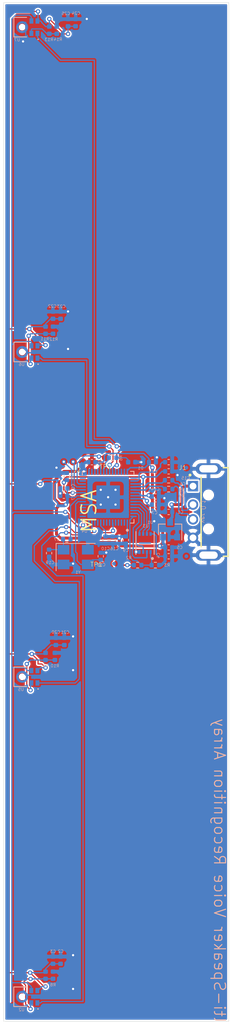
<source format=kicad_pcb>
(kicad_pcb (version 20171130) (host pcbnew 5.1.5+dfsg1-2build2)
  (title_block (title MSA) (rev 0.1) (comment 3 "Fork of: Mico, Electronut Labs") (comment 4 "Cayden Pierce"))
  (layers (0 F.Cu signal hide) (31 B.Cu signal) (34 B.Paste user hide) (35 F.Paste user hide) (36 B.SilkS user hide) (37 F.SilkS user) (38 B.Mask user hide) (39 F.Mask user hide) (44 Edge.Cuts user))
  (net 0 "")
  (net 1 VBUS)
  (net 2 GND)
  (net 3 +3V3)
  (net 4 +1V1)
  (net 5 /XIN)
  (net 6 "Net-(C19-Pad2)")
  (net 7 "Net-(D1-Pad2)")
  (net 8 /SWDCLK)
  (net 9 /SWDIO)
  (net 10 /USB_BOOT)
  (net 11 /QSPI_SS)
  (net 12 /RED_LED)
  (net 13 /XOUT)
  (net 14 /RP_RUN)
  (net 15 /MIC_CLK)
  (net 16 /QSPI_SD1)
  (net 17 /QSPI_SD2)
  (net 18 /QSPI_SD0)
  (net 19 /QSPI_SCLK)
  (net 20 /QSPI_SD3)
  (net 21 /USB-D_N)
  (net 22 /USB-D_P)
  (net 23 /USB0-D_N)
  (net 24 /USB0-D_P)
  (net 25 /MIC_DOUT_0)
  (net 26 "Net-(U4-Pad41)")
  (net 27 "Net-(U4-Pad40)")
  (net 28 "Net-(U4-Pad39)")
  (net 29 "Net-(U4-Pad38)")
  (net 30 "Net-(U4-Pad35)")
  (net 31 "Net-(U4-Pad32)")
  (net 32 "Net-(U4-Pad31)")
  (net 33 "Net-(U4-Pad30)")
  (net 34 "Net-(U4-Pad29)")
  (net 35 "Net-(U4-Pad12)")
  (net 36 "Net-(U4-Pad11)")
  (net 37 "Net-(U4-Pad9)")
  (net 38 /MIC_DOUT_3)
  (net 39 /MIC_DOUT_2)
  (net 40 /MIC_DOUT_1)
  (net 41 "Net-(U4-Pad3)")
  (net 42 "Net-(U4-Pad2)")
  (net 43 "Net-(U4-Pad28)")
  (net 44 "Net-(U4-Pad27)")
  (net 45 "Net-(U4-Pad18)")
  (net 46 "Net-(U4-Pad17)")
  (net 47 "Net-(U4-Pad16)")
  (net 48 "Net-(U4-Pad15)")
  (net 49 "Net-(R1-Pad2)")
  (net 50 "Net-(R10-Pad1)")
  (net 51 "Net-(R11-Pad2)")
  (net 52 "Net-(R13-Pad2)")
  (net 53 "Net-(U4-Pad8)")
  (net 54 "Net-(U4-Pad7)")
  (net 55 "Net-(U4-Pad5)")
  (net 56 "Net-(U4-Pad4)")
  (module Resistor_SMD:R_0402_1005Metric (layer B.Cu) (at 131 104.648 180)
    (fp_text reference R6 (at -1.1054 -0.0508 90) (layer B.SilkS) (effects (font (size 0.4 0.4) (thickness 0.05)) (justify mirror)))
    (fp_text value 470R)
    (pad 1 smd roundrect (at -0.51 0 180) (size 0.54 0.64) (layers B.Cu B.Paste B.Mask) (net 7 "Net-(D1-Pad2)"))
    (pad 2 smd roundrect (at 0.51 0 180) (size 0.54 0.64) (layers B.Cu B.Paste B.Mask) (net 12 /RED_LED))
  )
  (module mico:QFN40P700X700X90-57N (layer B.Cu) (at 130.4 110 90)
    (fp_text reference U4 (at -4.6 -3.2) (layer B.SilkS) (effects (font (size 0.4 0.4) (thickness 0.05)) (justify mirror)))
    (fp_text value RP2040)
    (pad 57 smd rect (at 0 0 90) (size 3.2 3.2) (layers B.Cu B.Mask) (net 2 GND))
    (pad 42 smd roundrect (at 3.435 2.6 90) (size 0.84 0.2) (layers B.Cu B.Paste B.Mask) (roundrect_rratio 0.03) (net 3 +3V3))
    (pad 41 smd roundrect (at 3.435 2.2 90) (size 0.84 0.2) (layers B.Cu B.Paste B.Mask) (roundrect_rratio 0.03) (net 26 "Net-(U4-Pad41)"))
    (pad 40 smd roundrect (at 3.435 1.8 90) (size 0.84 0.2) (layers B.Cu B.Paste B.Mask) (roundrect_rratio 0.03) (net 27 "Net-(U4-Pad40)"))
    (pad 39 smd roundrect (at 3.435 1.4 90) (size 0.84 0.2) (layers B.Cu B.Paste B.Mask) (roundrect_rratio 0.03) (net 28 "Net-(U4-Pad39)"))
    (pad 38 smd roundrect (at 3.435 1 90) (size 0.84 0.2) (layers B.Cu B.Paste B.Mask) (roundrect_rratio 0.03) (net 29 "Net-(U4-Pad38)"))
    (pad 37 smd roundrect (at 3.435 0.6 90) (size 0.84 0.2) (layers B.Cu B.Paste B.Mask) (roundrect_rratio 0.03) (net 38 /MIC_DOUT_3))
    (pad 36 smd roundrect (at 3.435 0.2 90) (size 0.84 0.2) (layers B.Cu B.Paste B.Mask) (roundrect_rratio 0.03) (net 39 /MIC_DOUT_2))
    (pad 35 smd roundrect (at 3.435 -0.2 90) (size 0.84 0.2) (layers B.Cu B.Paste B.Mask) (roundrect_rratio 0.03) (net 30 "Net-(U4-Pad35)"))
    (pad 34 smd roundrect (at 3.435 -0.6 90) (size 0.84 0.2) (layers B.Cu B.Paste B.Mask) (roundrect_rratio 0.03) (net 12 /RED_LED))
    (pad 33 smd roundrect (at 3.435 -1 90) (size 0.84 0.2) (layers B.Cu B.Paste B.Mask) (roundrect_rratio 0.03) (net 3 +3V3))
    (pad 32 smd roundrect (at 3.435 -1.4 90) (size 0.84 0.2) (layers B.Cu B.Paste B.Mask) (roundrect_rratio 0.03) (net 31 "Net-(U4-Pad32)"))
    (pad 31 smd roundrect (at 3.435 -1.8 90) (size 0.84 0.2) (layers B.Cu B.Paste B.Mask) (roundrect_rratio 0.03) (net 32 "Net-(U4-Pad31)"))
    (pad 30 smd roundrect (at 3.435 -2.2 90) (size 0.84 0.2) (layers B.Cu B.Paste B.Mask) (roundrect_rratio 0.03) (net 33 "Net-(U4-Pad30)"))
    (pad 29 smd roundrect (at 3.435 -2.6 90) (size 0.84 0.2) (layers B.Cu B.Paste B.Mask) (roundrect_rratio 0.03) (net 34 "Net-(U4-Pad29)"))
    (pad 14 smd roundrect (at -3.435 -2.6 90) (size 0.84 0.2) (layers B.Cu B.Paste B.Mask) (roundrect_rratio 0.03) (net 15 /MIC_CLK))
    (pad 13 smd roundrect (at -3.435 -2.2 90) (size 0.84 0.2) (layers B.Cu B.Paste B.Mask) (roundrect_rratio 0.03) (net 40 /MIC_DOUT_1))
    (pad 12 smd roundrect (at -3.435 -1.8 90) (size 0.84 0.2) (layers B.Cu B.Paste B.Mask) (roundrect_rratio 0.03) (net 35 "Net-(U4-Pad12)"))
    (pad 11 smd roundrect (at -3.435 -1.4 90) (size 0.84 0.2) (layers B.Cu B.Paste B.Mask) (roundrect_rratio 0.03) (net 36 "Net-(U4-Pad11)"))
    (pad 10 smd roundrect (at -3.435 -1 90) (size 0.84 0.2) (layers B.Cu B.Paste B.Mask) (roundrect_rratio 0.03) (net 3 +3V3))
    (pad 9 smd roundrect (at -3.435 -0.6 90) (size 0.84 0.2) (layers B.Cu B.Paste B.Mask) (roundrect_rratio 0.03) (net 37 "Net-(U4-Pad9)"))
    (pad 8 smd roundrect (at -3.435 -0.2 90) (size 0.84 0.2) (layers B.Cu B.Paste B.Mask) (roundrect_rratio 0.03) (net 53 "Net-(U4-Pad8)"))
    (pad 7 smd roundrect (at -3.435 0.2 90) (size 0.84 0.2) (layers B.Cu B.Paste B.Mask) (roundrect_rratio 0.03) (net 54 "Net-(U4-Pad7)"))
    (pad 6 smd roundrect (at -3.435 0.6 90) (size 0.84 0.2) (layers B.Cu B.Paste B.Mask) (roundrect_rratio 0.03) (net 25 /MIC_DOUT_0))
    (pad 5 smd roundrect (at -3.435 1 90) (size 0.84 0.2) (layers B.Cu B.Paste B.Mask) (roundrect_rratio 0.03) (net 55 "Net-(U4-Pad5)"))
    (pad 4 smd roundrect (at -3.435 1.4 90) (size 0.84 0.2) (layers B.Cu B.Paste B.Mask) (roundrect_rratio 0.03) (net 56 "Net-(U4-Pad4)"))
    (pad 3 smd roundrect (at -3.435 1.8 90) (size 0.84 0.2) (layers B.Cu B.Paste B.Mask) (roundrect_rratio 0.03) (net 41 "Net-(U4-Pad3)"))
    (pad 2 smd roundrect (at -3.435 2.2 90) (size 0.84 0.2) (layers B.Cu B.Paste B.Mask) (roundrect_rratio 0.03) (net 42 "Net-(U4-Pad2)"))
    (pad 1 smd roundrect (at -3.435 2.6 90) (size 0.84 0.2) (layers B.Cu B.Paste B.Mask) (roundrect_rratio 0.03) (net 3 +3V3))
    (pad 56 smd roundrect (at -2.6 3.435 90) (size 0.2 0.84) (layers B.Cu B.Paste B.Mask) (roundrect_rratio 0.1) (net 11 /QSPI_SS))
    (pad 55 smd roundrect (at -2.2 3.435 90) (size 0.2 0.84) (layers B.Cu B.Paste B.Mask) (roundrect_rratio 0.1) (net 16 /QSPI_SD1))
    (pad 54 smd roundrect (at -1.8 3.435 90) (size 0.2 0.84) (layers B.Cu B.Paste B.Mask) (roundrect_rratio 0.1) (net 17 /QSPI_SD2))
    (pad 53 smd roundrect (at -1.4 3.435 90) (size 0.2 0.84) (layers B.Cu B.Paste B.Mask) (roundrect_rratio 0.1) (net 18 /QSPI_SD0))
    (pad 52 smd roundrect (at -1 3.435 90) (size 0.2 0.84) (layers B.Cu B.Paste B.Mask) (roundrect_rratio 0.1) (net 19 /QSPI_SCLK))
    (pad 51 smd roundrect (at -0.6 3.435 90) (size 0.2 0.84) (layers B.Cu B.Paste B.Mask) (roundrect_rratio 0.1) (net 20 /QSPI_SD3))
    (pad 50 smd roundrect (at -0.2 3.435 90) (size 0.2 0.84) (layers B.Cu B.Paste B.Mask) (roundrect_rratio 0.1) (net 4 +1V1))
    (pad 49 smd roundrect (at 0.2 3.435 90) (size 0.2 0.84) (layers B.Cu B.Paste B.Mask) (roundrect_rratio 0.1) (net 3 +3V3))
    (pad 48 smd roundrect (at 0.6 3.435 90) (size 0.2 0.84) (layers B.Cu B.Paste B.Mask) (roundrect_rratio 0.1) (net 3 +3V3))
    (pad 47 smd roundrect (at 1 3.435 90) (size 0.2 0.84) (layers B.Cu B.Paste B.Mask) (roundrect_rratio 0.1) (net 22 /USB-D_P))
    (pad 46 smd roundrect (at 1.4 3.435 90) (size 0.2 0.84) (layers B.Cu B.Paste B.Mask) (roundrect_rratio 0.1) (net 21 /USB-D_N))
    (pad 45 smd roundrect (at 1.8 3.435 90) (size 0.2 0.84) (layers B.Cu B.Paste B.Mask) (roundrect_rratio 0.1) (net 4 +1V1))
    (pad 44 smd roundrect (at 2.2 3.435 90) (size 0.2 0.84) (layers B.Cu B.Paste B.Mask) (roundrect_rratio 0.1) (net 3 +3V3))
    (pad 43 smd roundrect (at 2.6 3.435 90) (size 0.2 0.84) (layers B.Cu B.Paste B.Mask) (roundrect_rratio 0.1) (net 3 +3V3))
    (pad 28 smd roundrect (at 2.6 -3.435 90) (size 0.2 0.84) (layers B.Cu B.Paste B.Mask) (roundrect_rratio 0.1) (net 43 "Net-(U4-Pad28)"))
    (pad 27 smd roundrect (at 2.2 -3.435 90) (size 0.2 0.84) (layers B.Cu B.Paste B.Mask) (roundrect_rratio 0.1) (net 44 "Net-(U4-Pad27)"))
    (pad 26 smd roundrect (at 1.8 -3.435 90) (size 0.2 0.84) (layers B.Cu B.Paste B.Mask) (roundrect_rratio 0.1) (net 14 /RP_RUN))
    (pad 25 smd roundrect (at 1.4 -3.435 90) (size 0.2 0.84) (layers B.Cu B.Paste B.Mask) (roundrect_rratio 0.1) (net 9 /SWDIO))
    (pad 24 smd roundrect (at 1 -3.435 90) (size 0.2 0.84) (layers B.Cu B.Paste B.Mask) (roundrect_rratio 0.1) (net 8 /SWDCLK))
    (pad 23 smd roundrect (at 0.6 -3.435 90) (size 0.2 0.84) (layers B.Cu B.Paste B.Mask) (roundrect_rratio 0.1) (net 4 +1V1))
    (pad 22 smd roundrect (at 0.2 -3.435 90) (size 0.2 0.84) (layers B.Cu B.Paste B.Mask) (roundrect_rratio 0.1) (net 3 +3V3))
    (pad 21 smd roundrect (at -0.2 -3.435 90) (size 0.2 0.84) (layers B.Cu B.Paste B.Mask) (roundrect_rratio 0.1) (net 13 /XOUT))
    (pad 20 smd roundrect (at -0.6 -3.435 90) (size 0.2 0.84) (layers B.Cu B.Paste B.Mask) (roundrect_rratio 0.1) (net 5 /XIN))
    (pad 19 smd roundrect (at -1 -3.435 90) (size 0.2 0.84) (layers B.Cu B.Paste B.Mask) (roundrect_rratio 0.1) (net 2 GND))
    (pad 18 smd roundrect (at -1.4 -3.435 90) (size 0.2 0.84) (layers B.Cu B.Paste B.Mask) (roundrect_rratio 0.1) (net 45 "Net-(U4-Pad18)"))
    (pad 17 smd roundrect (at -1.8 -3.435 90) (size 0.2 0.84) (layers B.Cu B.Paste B.Mask) (roundrect_rratio 0.1) (net 46 "Net-(U4-Pad17)"))
    (pad 16 smd roundrect (at -2.2 -3.435 90) (size 0.2 0.84) (layers B.Cu B.Paste B.Mask) (roundrect_rratio 0.1) (net 47 "Net-(U4-Pad16)"))
    (pad 15 smd roundrect (at -2.6 -3.435 90) (size 0.2 0.84) (layers B.Cu B.Paste B.Mask) (roundrect_rratio 0.1) (net 48 "Net-(U4-Pad15)"))
  )
  (module mico:USB-A (layer F.Cu) (at 144 112 90)
    (fp_text reference J1 (at 6 -3.5 180) (layer F.SilkS) (effects (font (size 0.6 0.6) (thickness 0.06))))
    (fp_text value USB_A)
    (pad 4 thru_hole circle (at -3.5 -2.1 90) (size 1.428 1.428) (drill 0.92) (layers *.Cu *.Mask) (net 2 GND))
    (pad 3 thru_hole circle (at -1 -2.1 90) (size 1.428 1.428) (drill 0.92) (layers *.Cu *.Mask) (net 24 /USB0-D_P))
    (pad 2 thru_hole circle (at 1 -2.1 90) (size 1.428 1.428) (drill 0.92) (layers *.Cu *.Mask) (net 23 /USB0-D_N))
    (pad 1 thru_hole rect (at 3.5 -2.1 90) (size 1.428 1.428) (drill 0.92) (layers *.Cu *.Mask) (net 1 VBUS))
    (pad 5 thru_hole oval (at 5.85 0 90) (size 1.508 3.5) (drill oval 1 2.5) (layers *.Cu *.Mask) (net 2 GND))
    (pad 5 thru_hole oval (at -5.85 0 90) (size 1.508 3.5) (drill oval 1 2.5) (layers *.Cu *.Mask) (net 2 GND))
    (pad "" np_thru_hole circle (at 2.3 0 90) (size 1.1 1.1) (drill 1.1) (layers *.Cu *.Mask))
    (pad "" np_thru_hole circle (at -2.3 0 90) (size 1.1 1.1) (drill 1.1) (layers *.Cu *.Mask))
  )
  (module mico:PSON50P300X200X60-9N (layer B.Cu) (at 135.4 116.2 90)
    (fp_text reference U3 (at 2.3 0.1 180) (layer B.SilkS) (effects (font (size 0.4 0.4) (thickness 0.05)) (justify mirror)))
    (fp_text value W25Q128JV)
    (pad 9 smd rect (at 0 0 90) (size 0.2 1.6) (layers B.Cu B.Paste B.Mask))
    (pad 8 smd rect (at 1.22 0.75 90) (size 0.5 0.3) (layers B.Cu B.Paste B.Mask) (net 3 +3V3))
    (pad 7 smd rect (at 1.22 0.25 90) (size 0.5 0.3) (layers B.Cu B.Paste B.Mask) (net 20 /QSPI_SD3))
    (pad 6 smd rect (at 1.22 -0.25 90) (size 0.5 0.3) (layers B.Cu B.Paste B.Mask) (net 19 /QSPI_SCLK))
    (pad 5 smd rect (at 1.22 -0.75 90) (size 0.5 0.3) (layers B.Cu B.Paste B.Mask) (net 18 /QSPI_SD0))
    (pad 4 smd rect (at -1.22 -0.75 90) (size 0.5 0.3) (layers B.Cu B.Paste B.Mask) (net 2 GND))
    (pad 3 smd rect (at -1.22 -0.25 90) (size 0.5 0.3) (layers B.Cu B.Paste B.Mask) (net 17 /QSPI_SD2))
    (pad 2 smd rect (at -1.22 0.25 90) (size 0.5 0.3) (layers B.Cu B.Paste B.Mask) (net 16 /QSPI_SD1))
    (pad 1 smd rect (at -1.22 0.75 90) (size 0.5 0.3) (layers B.Cu B.Paste B.Mask) (net 11 /QSPI_SS))
  )
  (module mico:SMD_1x04_P1.27mm (layer F.Cu) (at 128.2 105.2 270)
    (fp_text reference J2 (at 1.1 2) (layer F.SilkS) (effects (font (size 0.6 0.6) (thickness 0.06))))
    (fp_text value "SWD Prog")
    (pad 4 smd oval (at 0 3.81 270) (size 1 1) (layers F.Cu F.Paste F.Mask) (net 8 /SWDCLK))
    (pad 3 smd oval (at 0 2.54 270) (size 1 1) (layers F.Cu F.Paste F.Mask) (net 9 /SWDIO))
    (pad 2 smd oval (at 0 1.27 270) (size 1 1) (layers F.Cu F.Paste F.Mask) (net 3 +3V3))
    (pad 1 smd rect (at 0 0 270) (size 1 1) (layers F.Cu F.Paste F.Mask) (net 2 GND))
  )
  (module Package_TO_SOT_SMD:SOT-23 (layer B.Cu) (at 138.8 114.4 90)
    (fp_text reference U1 (at 1 -2.7) (layer B.SilkS) (effects (font (size 0.4 0.4) (thickness 0.05)) (justify mirror)))
    (fp_text value MCP1702)
    (pad 3 smd rect (at 1 0 90) (size 0.9 0.8) (layers B.Cu B.Paste B.Mask) (net 1 VBUS))
    (pad 2 smd rect (at -1 -0.95 90) (size 0.9 0.8) (layers B.Cu B.Paste B.Mask) (net 3 +3V3))
    (pad 1 smd rect (at -1 0.95 90) (size 0.9 0.8) (layers B.Cu B.Paste B.Mask) (net 2 GND))
  )
  (module mico:SMD_1x01_P1.27mm (layer F.Cu) (at 130.048 104.648 270)
    (fp_text reference TP2 (at 1.2 0 180) (layer F.SilkS) (effects (font (size 0.6 0.6) (thickness 0.06))))
    (fp_text value TestPoint)
    (pad 1 smd circle (at 0 0 270) (size 1 1) (layers F.Cu F.Paste F.Mask) (net 14 /RP_RUN))
  )
  (module Capacitor_SMD:C_0402_1005Metric (layer B.Cu) (at 138.6 118)
    (fp_text reference C4 (at -1.4 -0.1 90) (layer B.SilkS) (effects (font (size 0.4 0.4) (thickness 0.05)) (justify mirror)))
    (fp_text value 0.1uF)
    (pad 2 smd roundrect (at 0.48 0) (size 0.56 0.62) (layers B.Cu B.Paste B.Mask) (net 2 GND))
    (pad 1 smd roundrect (at -0.48 0) (size 0.56 0.62) (layers B.Cu B.Paste B.Mask) (net 3 +3V3))
  )
  (module Capacitor_SMD:C_0402_1005Metric (layer B.Cu) (at 129.4 118 270)
    (fp_text reference C18 (at 1.1514 -0.0638 180) (layer B.SilkS) (effects (font (size 0.4 0.4) (thickness 0.05)) (justify mirror)))
    (fp_text value 27pF)
    (pad 1 smd roundrect (at -0.48 0 270) (size 0.56 0.62) (layers B.Cu B.Paste B.Mask) (net 2 GND))
    (pad 2 smd roundrect (at 0.48 0 270) (size 0.56 0.62) (layers B.Cu B.Paste B.Mask) (net 5 /XIN))
  )
  (module Capacitor_SMD:C_0402_1005Metric (layer B.Cu) (at 124.4 109.8 180)
    (fp_text reference C17 (at -1.2792 -0.0296 270) (layer B.SilkS) (effects (font (size 0.4 0.4) (thickness 0.05)) (justify mirror)))
    (fp_text value 10uF)
    (pad 1 smd roundrect (at -0.48 0 180) (size 0.56 0.62) (layers B.Cu B.Paste B.Mask) (net 3 +3V3))
    (pad 2 smd roundrect (at 0.48 0 180) (size 0.56 0.62) (layers B.Cu B.Paste B.Mask) (net 2 GND))
  )
  (module Capacitor_SMD:C_0402_1005Metric (layer B.Cu) (at 130.048 115.8 270)
    (fp_text reference C10 (at 1.167 0) (layer B.SilkS) (effects (font (size 0.4 0.4) (thickness 0.05)) (justify mirror)))
    (fp_text value 0.1uF)
    (pad 2 smd roundrect (at 0.48 0 270) (size 0.56 0.62) (layers B.Cu B.Paste B.Mask) (net 2 GND))
    (pad 1 smd roundrect (at -0.48 0 270) (size 0.56 0.62) (layers B.Cu B.Paste B.Mask) (net 3 +3V3))
  )
  (module Resistor_SMD:R_0402_1005Metric (layer B.Cu) (at 136.8 119.2 180)
    (fp_text reference R3 (at -1.6 0) (layer B.SilkS) (effects (font (size 0.4 0.4) (thickness 0.05)) (justify mirror)))
    (fp_text value 10K)
    (pad 1 smd roundrect (at -0.51 0 180) (size 0.54 0.64) (layers B.Cu B.Paste B.Mask) (net 3 +3V3))
    (pad 2 smd roundrect (at 0.51 0 180) (size 0.54 0.64) (layers B.Cu B.Paste B.Mask) (net 11 /QSPI_SS))
  )
  (module Capacitor_SMD:C_0402_1005Metric (layer B.Cu) (at 138.6 106.5)
    (fp_text reference C6 (at 1.9 1.7 180) (layer B.SilkS) (effects (font (size 0.4 0.4) (thickness 0.05)) (justify mirror)))
    (fp_text value 0.1uF)
    (pad 1 smd roundrect (at -0.48 0) (size 0.56 0.62) (layers B.Cu B.Paste B.Mask) (net 4 +1V1))
    (pad 2 smd roundrect (at 0.48 0) (size 0.56 0.62) (layers B.Cu B.Paste B.Mask) (net 2 GND))
  )
  (module Capacitor_SMD:C_0402_1005Metric (layer B.Cu) (at 132.8 115.8 270)
    (fp_text reference C9 (at 1.4 0 180) (layer B.SilkS) (effects (font (size 0.4 0.4) (thickness 0.05)) (justify mirror)))
    (fp_text value 1uF)
    (pad 1 smd roundrect (at -0.48 0 270) (size 0.56 0.62) (layers B.Cu B.Paste B.Mask) (net 3 +3V3))
    (pad 2 smd roundrect (at 0.48 0 270) (size 0.56 0.62) (layers B.Cu B.Paste B.Mask) (net 2 GND))
  )
  (module Capacitor_SMD:C_0402_1005Metric (layer B.Cu) (at 124.4 108.8 180)
    (fp_text reference C11 (at -1.2284 0.0372 270) (layer B.SilkS) (effects (font (size 0.4 0.4) (thickness 0.05)) (justify mirror)))
    (fp_text value 0.1uF)
    (pad 1 smd roundrect (at -0.48 0 180) (size 0.56 0.62) (layers B.Cu B.Paste B.Mask) (net 3 +3V3))
    (pad 2 smd roundrect (at 0.48 0 180) (size 0.56 0.62) (layers B.Cu B.Paste B.Mask) (net 2 GND))
  )
  (module Resistor_SMD:R_0402_1005Metric (layer B.Cu) (at 138.6 108.9)
    (fp_text reference R4 (at 1.8 0.9 180) (layer B.SilkS) (effects (font (size 0.4 0.4) (thickness 0.05)) (justify mirror)))
    (fp_text value 27R)
    (pad 2 smd roundrect (at 0.51 0) (size 0.54 0.64) (layers B.Cu B.Paste B.Mask) (net 24 /USB0-D_P))
    (pad 1 smd roundrect (at -0.51 0) (size 0.54 0.64) (layers B.Cu B.Paste B.Mask) (net 22 /USB-D_P))
  )
  (module Resistor_SMD:R_0402_1005Metric (layer B.Cu) (at 124.8 115.697 180)
    (fp_text reference R7 (at 1.356 -0.0254 180) (layer B.SilkS) (effects (font (size 0.4 0.4) (thickness 0.05)) (justify mirror)))
    (fp_text value 1K)
    (pad 1 smd roundrect (at -0.51 0 180) (size 0.54 0.64) (layers B.Cu B.Paste B.Mask) (net 13 /XOUT))
    (pad 2 smd roundrect (at 0.51 0 180) (size 0.54 0.64) (layers B.Cu B.Paste B.Mask) (net 6 "Net-(C19-Pad2)"))
  )
  (module Capacitor_SMD:C_0402_1005Metric (layer B.Cu) (at 128.2 105.25 180)
    (fp_text reference C12 (at -1.0606 -0.0838 90) (layer B.SilkS) (effects (font (size 0.4 0.4) (thickness 0.05)) (justify mirror)))
    (fp_text value 0.1uF)
    (pad 2 smd roundrect (at 0.48 0 180) (size 0.56 0.62) (layers B.Cu B.Paste B.Mask) (net 2 GND))
    (pad 1 smd roundrect (at -0.48 0 180) (size 0.56 0.62) (layers B.Cu B.Paste B.Mask) (net 3 +3V3))
  )
  (module Capacitor_SMD:C_0402_1005Metric (layer B.Cu) (at 138.6 112 180)
    (fp_text reference C1 (at -1.6 0) (layer B.SilkS) (effects (font (size 0.4 0.4) (thickness 0.05)) (justify mirror)))
    (fp_text value 10uF)
    (pad 1 smd roundrect (at -0.48 0 180) (size 0.56 0.62) (layers B.Cu B.Paste B.Mask) (net 1 VBUS))
    (pad 2 smd roundrect (at 0.48 0 180) (size 0.56 0.62) (layers B.Cu B.Paste B.Mask) (net 2 GND))
  )
  (module Capacitor_SMD:C_0402_1005Metric (layer B.Cu) (at 124.8 107.2 90)
    (fp_text reference C8 (at 0.0374 0.676 90) (layer B.SilkS) (effects (font (size 0.4 0.4) (thickness 0.05)) (justify mirror)))
    (fp_text value 1uF)
    (pad 1 smd roundrect (at -0.48 0 90) (size 0.56 0.62) (layers B.Cu B.Paste B.Mask) (net 4 +1V1))
    (pad 2 smd roundrect (at 0.48 0 90) (size 0.56 0.62) (layers B.Cu B.Paste B.Mask) (net 2 GND))
  )
  (module Capacitor_SMD:C_0402_1005Metric (layer B.Cu) (at 136.4 105.25)
    (fp_text reference C13 (at 0.1 1.35) (layer B.SilkS) (effects (font (size 0.4 0.4) (thickness 0.05)) (justify mirror)))
    (fp_text value 0.1uF)
    (pad 1 smd roundrect (at -0.48 0) (size 0.56 0.62) (layers B.Cu B.Paste B.Mask) (net 3 +3V3))
    (pad 2 smd roundrect (at 0.48 0) (size 0.56 0.62) (layers B.Cu B.Paste B.Mask) (net 2 GND))
  )
  (module Capacitor_SMD:C_0402_1005Metric (layer B.Cu) (at 138.6 105.25)
    (fp_text reference C15 (at 2.3 2.15 180) (layer B.SilkS) (effects (font (size 0.4 0.4) (thickness 0.05)) (justify mirror)))
    (fp_text value 0.1uF)
    (pad 1 smd roundrect (at -0.48 0) (size 0.56 0.62) (layers B.Cu B.Paste B.Mask) (net 3 +3V3))
    (pad 2 smd roundrect (at 0.48 0) (size 0.56 0.62) (layers B.Cu B.Paste B.Mask) (net 2 GND))
  )
  (module Crystal:Crystal_SMD_5032-4Pin_5.0x3.2mm (layer B.Cu) (at 126 118.11)
    (fp_text reference Y1 (at 0.3142 2.0574) (layer B.SilkS) (effects (font (size 0.4 0.4) (thickness 0.05)) (justify mirror)))
    (fp_text value H130B-12.000-20-3050-EXT-TR)
    (pad 1 smd rect (at -1.65 -1) (size 1.6 1.3) (layers B.Cu B.Paste B.Mask) (net 6 "Net-(C19-Pad2)"))
    (pad 2 smd rect (at 1.65 -1) (size 1.6 1.3) (layers B.Cu B.Paste B.Mask) (net 2 GND))
    (pad 3 smd rect (at 1.65 1) (size 1.6 1.3) (layers B.Cu B.Paste B.Mask) (net 5 /XIN))
    (pad 4 smd rect (at -1.65 1) (size 1.6 1.3) (layers B.Cu B.Paste B.Mask) (net 2 GND))
  )
  (module Capacitor_SMD:C_0402_1005Metric (layer B.Cu) (at 136.8 111)
    (fp_text reference C7 (at -0.1 1.1 180) (layer B.SilkS) (effects (font (size 0.4 0.4) (thickness 0.05)) (justify mirror)))
    (fp_text value 0.1uF)
    (pad 2 smd roundrect (at 0.48 0) (size 0.56 0.62) (layers B.Cu B.Paste B.Mask) (net 2 GND))
    (pad 1 smd roundrect (at -0.48 0) (size 0.56 0.62) (layers B.Cu B.Paste B.Mask) (net 4 +1V1))
  )
  (module mico:SMD_1x02_P1.27mm (layer F.Cu) (at 130.4 119 90)
    (fp_text reference TP1 (at -0.1 -1.6 180) (layer F.SilkS) (effects (font (size 0.6 0.6) (thickness 0.06))))
    (fp_text value TestPoint_2Pole)
    (pad 2 smd oval (at 0 1.27 90) (size 1 1) (layers F.Cu F.Paste F.Mask) (net 10 /USB_BOOT))
    (pad 1 smd circle (at 0 0 90) (size 1 1) (layers F.Cu F.Paste F.Mask) (net 2 GND))
  )
  (module Capacitor_SMD:C_0402_1005Metric (layer B.Cu) (at 131 115.8 270)
    (fp_text reference C16 (at 1.167 -0.2418) (layer B.SilkS) (effects (font (size 0.4 0.4) (thickness 0.05)) (justify mirror)))
    (fp_text value 0.1uF)
    (pad 2 smd roundrect (at 0.48 0 270) (size 0.56 0.62) (layers B.Cu B.Paste B.Mask) (net 2 GND))
    (pad 1 smd roundrect (at -0.48 0 270) (size 0.56 0.62) (layers B.Cu B.Paste B.Mask) (net 3 +3V3))
  )
  (module Capacitor_SMD:C_0402_1005Metric (layer B.Cu) (at 136.8 109.9)
    (fp_text reference C14 (at 0 -1 180) (layer B.SilkS) (effects (font (size 0.4 0.4) (thickness 0.05)) (justify mirror)))
    (fp_text value 0.1uF)
    (pad 2 smd roundrect (at 0.48 0) (size 0.56 0.62) (layers B.Cu B.Paste B.Mask) (net 2 GND))
    (pad 1 smd roundrect (at -0.48 0) (size 0.56 0.62) (layers B.Cu B.Paste B.Mask) (net 3 +3V3))
  )
  (module Resistor_SMD:R_0402_1005Metric (layer B.Cu) (at 134.4 119.2 180)
    (fp_text reference R2 (at 1.2 1) (layer B.SilkS) (effects (font (size 0.4 0.4) (thickness 0.05)) (justify mirror)))
    (fp_text value 1K)
    (pad 2 smd roundrect (at 0.51 0 180) (size 0.54 0.64) (layers B.Cu B.Paste B.Mask) (net 10 /USB_BOOT))
    (pad 1 smd roundrect (at -0.51 0 180) (size 0.54 0.64) (layers B.Cu B.Paste B.Mask) (net 11 /QSPI_SS))
  )
  (module LED_SMD:LED_0402_1005Metric (layer B.Cu) (at 133.6 105.25 180)
    (fp_text reference D1 (at -1.2 -0.8) (layer B.SilkS) (effects (font (size 0.4 0.4) (thickness 0.05)) (justify mirror)))
    (fp_text value APA3010SECK)
    (pad 2 smd roundrect (at 0.485 0 180) (size 0.59 0.64) (layers B.Cu B.Paste B.Mask) (net 7 "Net-(D1-Pad2)"))
    (pad 1 smd roundrect (at -0.485 0 180) (size 0.59 0.64) (layers B.Cu B.Paste B.Mask) (net 2 GND))
  )
  (module Resistor_SMD:R_0402_1005Metric (layer B.Cu) (at 138.6 107.7)
    (fp_text reference R5 (at 1.8 1.3 180) (layer B.SilkS) (effects (font (size 0.4 0.4) (thickness 0.05)) (justify mirror)))
    (fp_text value 27R)
    (pad 2 smd roundrect (at 0.51 0) (size 0.54 0.64) (layers B.Cu B.Paste B.Mask) (net 23 /USB0-D_N))
    (pad 1 smd roundrect (at -0.51 0) (size 0.54 0.64) (layers B.Cu B.Paste B.Mask) (net 21 /USB-D_N))
  )
  (module Capacitor_SMD:C_0402_1005Metric (layer B.Cu) (at 138.6 116.8)
    (fp_text reference C5 (at 1.5 0 180) (layer B.SilkS) (effects (font (size 0.4 0.4) (thickness 0.05)) (justify mirror)))
    (fp_text value 10uF)
    (pad 2 smd roundrect (at 0.48 0) (size 0.56 0.62) (layers B.Cu B.Paste B.Mask) (net 2 GND))
    (pad 1 smd roundrect (at -0.48 0) (size 0.56 0.62) (layers B.Cu B.Paste B.Mask) (net 3 +3V3))
  )
  (module Capacitor_SMD:C_0402_1005Metric (layer B.Cu) (at 122.4 117.574 90)
    (fp_text reference C19 (at -1.2726 0.1296 180) (layer B.SilkS) (effects (font (size 0.4 0.4) (thickness 0.05)) (justify mirror)))
    (fp_text value 27pF)
    (pad 2 smd roundrect (at 0.48 0 90) (size 0.56 0.62) (layers B.Cu B.Paste B.Mask) (net 6 "Net-(C19-Pad2)"))
    (pad 1 smd roundrect (at -0.48 0 90) (size 0.56 0.62) (layers B.Cu B.Paste B.Mask) (net 2 GND))
  )
  (module Fiducial:Fiducial_0.5mm_Mask1mm (layer B.Cu) (at 141 118)
    (fp_text reference FID1)
    (fp_text value Fiducial)
    (pad "" smd circle (at 0 0) (size 0.5 0.5) (layers B.Cu B.Mask) (clearance 0.25))
  )
  (module Fiducial:Fiducial_0.5mm_Mask1mm (layer B.Cu) (at 141 106)
    (fp_text reference FID2)
    (fp_text value Fiducial)
    (pad "" smd circle (at 0 0) (size 0.5 0.5) (layers B.Cu B.Mask) (clearance 0.25))
  )
  (module Fiducial:Fiducial_0.5mm_Mask1mm (layer B.Cu) (at 131.2 119)
    (fp_text reference FID3)
    (fp_text value Fiducial)
    (pad "" smd circle (at 0 0) (size 0.5 0.5) (layers B.Cu B.Mask) (clearance 0.25))
  )
  (module Capacitor_SMD:C_0402_1005Metric (layer B.Cu) (at 123.952 172.72 270)
    (fp_text reference C2 (at -1.2192 -0.0254 180) (layer B.SilkS) (effects (font (size 0.4 0.4) (thickness 0.05)) (justify mirror)))
    (fp_text value 0.1uF)
    (pad 1 smd roundrect (at -0.485 0 270) (size 0.59 0.64) (layers B.Cu B.Paste B.Mask) (net 2 GND))
    (pad 2 smd roundrect (at 0.485 0 270) (size 0.59 0.64) (layers B.Cu B.Paste B.Mask) (net 3 +3V3))
  )
  (module Capacitor_SMD:C_0402_1005Metric (layer B.Cu) (at 122.936 172.72 270)
    (fp_text reference C3 (at -1.1938 0 180) (layer B.SilkS) (effects (font (size 0.4 0.4) (thickness 0.05)) (justify mirror)))
    (fp_text value 1uF)
    (pad 2 smd roundrect (at 0.485 0 270) (size 0.59 0.64) (layers B.Cu B.Paste B.Mask) (net 3 +3V3))
    (pad 1 smd roundrect (at -0.485 0 270) (size 0.59 0.64) (layers B.Cu B.Paste B.Mask) (net 2 GND))
  )
  (module Capacitor_SMD:C_0402_1005Metric (layer B.Cu) (at 123.317 129.54 270)
    (fp_text reference C20 (at -1.27 0 180) (layer B.SilkS) (effects (font (size 0.4 0.4) (thickness 0.05)) (justify mirror)))
    (fp_text value 0.1uF)
    (pad 1 smd roundrect (at -0.485 0 270) (size 0.59 0.64) (layers B.Cu B.Paste B.Mask) (net 2 GND))
    (pad 2 smd roundrect (at 0.485 0 270) (size 0.59 0.64) (layers B.Cu B.Paste B.Mask) (net 3 +3V3))
  )
  (module Capacitor_SMD:C_0402_1005Metric (layer B.Cu) (at 124.46 129.54 270)
    (fp_text reference C21 (at -1.2446 -0.1016 180) (layer B.SilkS) (effects (font (size 0.4 0.4) (thickness 0.05)) (justify mirror)))
    (fp_text value 1uF)
    (pad 2 smd roundrect (at 0.485 0 270) (size 0.59 0.64) (layers B.Cu B.Paste B.Mask) (net 3 +3V3))
    (pad 1 smd roundrect (at -0.485 0 270) (size 0.59 0.64) (layers B.Cu B.Paste B.Mask) (net 2 GND))
  )
  (module Capacitor_SMD:C_0402_1005Metric (layer B.Cu) (at 122.936 85.344 270)
    (fp_text reference C22 (at -1.2192 0.1016 180) (layer B.SilkS) (effects (font (size 0.4 0.4) (thickness 0.05)) (justify mirror)))
    (fp_text value 0.1uF)
    (pad 2 smd roundrect (at 0.485 0 270) (size 0.59 0.64) (layers B.Cu B.Paste B.Mask) (net 3 +3V3))
    (pad 1 smd roundrect (at -0.485 0 270) (size 0.59 0.64) (layers B.Cu B.Paste B.Mask) (net 2 GND))
  )
  (module Capacitor_SMD:C_0402_1005Metric (layer B.Cu) (at 123.952 85.344 270)
    (fp_text reference C23 (at -1.1938 -0.1016 180) (layer B.SilkS) (effects (font (size 0.4 0.4) (thickness 0.05)) (justify mirror)))
    (fp_text value 1uF)
    (pad 1 smd roundrect (at -0.485 0 270) (size 0.59 0.64) (layers B.Cu B.Paste B.Mask) (net 2 GND))
    (pad 2 smd roundrect (at 0.485 0 270) (size 0.59 0.64) (layers B.Cu B.Paste B.Mask) (net 3 +3V3))
  )
  (module Capacitor_SMD:C_0402_1005Metric (layer B.Cu) (at 125.984 45.72 270)
    (fp_text reference C24 (at -1.27 -0.0508 180) (layer B.SilkS) (effects (font (size 0.4 0.4) (thickness 0.05)) (justify mirror)))
    (fp_text value 0.1uF)
    (pad 1 smd roundrect (at -0.485 0 270) (size 0.59 0.64) (layers B.Cu B.Paste B.Mask) (net 2 GND))
    (pad 2 smd roundrect (at 0.485 0 270) (size 0.59 0.64) (layers B.Cu B.Paste B.Mask) (net 3 +3V3))
  )
  (module Capacitor_SMD:C_0402_1005Metric (layer B.Cu) (at 124.968 45.72 270)
    (fp_text reference C25 (at -1.2446 0.3048 180) (layer B.SilkS) (effects (font (size 0.4 0.4) (thickness 0.05)) (justify mirror)))
    (fp_text value 1uF)
    (pad 2 smd roundrect (at 0.485 0 270) (size 0.59 0.64) (layers B.Cu B.Paste B.Mask) (net 3 +3V3))
    (pad 1 smd roundrect (at -0.485 0 270) (size 0.59 0.64) (layers B.Cu B.Paste B.Mask) (net 2 GND))
  )
  (module Resistor_SMD:R_0402_1005Metric (layer B.Cu) (at 121.92 174.752 270)
    (fp_text reference R1 (at 1.2446 0.0508 180) (layer B.SilkS) (effects (font (size 0.4 0.4) (thickness 0.05)) (justify mirror)))
    (fp_text value 10K)
    (pad 1 smd roundrect (at -0.485 0 270) (size 0.59 0.64) (layers B.Cu B.Paste B.Mask) (net 3 +3V3))
    (pad 2 smd roundrect (at 0.485 0 270) (size 0.59 0.64) (layers B.Cu B.Paste B.Mask) (net 49 "Net-(R1-Pad2)"))
  )
  (module Resistor_SMD:R_0402_1005Metric (layer B.Cu) (at 122.936 174.752 90)
    (fp_text reference R8 (at -1.2954 0 180) (layer B.SilkS) (effects (font (size 0.4 0.4) (thickness 0.05)) (justify mirror)))
    (fp_text value 10K)
    (pad 2 smd roundrect (at 0.485 0 90) (size 0.59 0.64) (layers B.Cu B.Paste B.Mask) (net 2 GND))
    (pad 1 smd roundrect (at -0.485 0 90) (size 0.59 0.64) (layers B.Cu B.Paste B.Mask) (net 49 "Net-(R1-Pad2)"))
  )
  (module Resistor_SMD:R_0402_1005Metric (layer B.Cu) (at 121.92 131.572 270)
    (fp_text reference R9 (at 1.27 0 180) (layer B.SilkS) (effects (font (size 0.4 0.4) (thickness 0.05)) (justify mirror)))
    (fp_text value 10K)
    (pad 2 smd roundrect (at 0.485 0 270) (size 0.59 0.64) (layers B.Cu B.Paste B.Mask) (net 50 "Net-(R10-Pad1)"))
    (pad 1 smd roundrect (at -0.485 0 270) (size 0.59 0.64) (layers B.Cu B.Paste B.Mask) (net 3 +3V3))
  )
  (module Resistor_SMD:R_0402_1005Metric (layer B.Cu) (at 123.19 131.572 90)
    (fp_text reference R10 (at -1.27 0 180) (layer B.SilkS) (effects (font (size 0.4 0.4) (thickness 0.05)) (justify mirror)))
    (fp_text value 10K)
    (pad 1 smd roundrect (at -0.485 0 90) (size 0.59 0.64) (layers B.Cu B.Paste B.Mask) (net 50 "Net-(R10-Pad1)"))
    (pad 2 smd roundrect (at 0.485 0 90) (size 0.59 0.64) (layers B.Cu B.Paste B.Mask) (net 2 GND))
  )
  (module Resistor_SMD:R_0402_1005Metric (layer B.Cu) (at 121.92 87.376 270)
    (fp_text reference R11 (at 1.1684 0.1016 180) (layer B.SilkS) (effects (font (size 0.4 0.4) (thickness 0.05)) (justify mirror)))
    (fp_text value 10K)
    (pad 2 smd roundrect (at 0.485 0 270) (size 0.59 0.64) (layers B.Cu B.Paste B.Mask) (net 51 "Net-(R11-Pad2)"))
    (pad 1 smd roundrect (at -0.485 0 270) (size 0.59 0.64) (layers B.Cu B.Paste B.Mask) (net 3 +3V3))
  )
  (module Resistor_SMD:R_0402_1005Metric (layer B.Cu) (at 122.936 87.376 90)
    (fp_text reference R12 (at -1.2192 0.0762 180) (layer B.SilkS) (effects (font (size 0.4 0.4) (thickness 0.05)) (justify mirror)))
    (fp_text value 10K)
    (pad 1 smd roundrect (at -0.485 0 90) (size 0.59 0.64) (layers B.Cu B.Paste B.Mask) (net 51 "Net-(R11-Pad2)"))
    (pad 2 smd roundrect (at 0.485 0 90) (size 0.59 0.64) (layers B.Cu B.Paste B.Mask) (net 2 GND))
  )
  (module Resistor_SMD:R_0402_1005Metric (layer B.Cu) (at 122.428 46.736 270)
    (fp_text reference R13 (at 1.27 0.0508 180) (layer B.SilkS) (effects (font (size 0.4 0.4) (thickness 0.05)) (justify mirror)))
    (fp_text value 10K)
    (pad 1 smd roundrect (at -0.485 0 270) (size 0.59 0.64) (layers B.Cu B.Paste B.Mask) (net 3 +3V3))
    (pad 2 smd roundrect (at 0.485 0 270) (size 0.59 0.64) (layers B.Cu B.Paste B.Mask) (net 52 "Net-(R13-Pad2)"))
  )
  (module Resistor_SMD:R_0402_1005Metric (layer B.Cu) (at 123.444 46.736 90)
    (fp_text reference R14 (at -1.2446 0.1524 180) (layer B.SilkS) (effects (font (size 0.4 0.4) (thickness 0.05)) (justify mirror)))
    (fp_text value 10K)
    (pad 1 smd roundrect (at -0.485 0 90) (size 0.59 0.64) (layers B.Cu B.Paste B.Mask) (net 52 "Net-(R13-Pad2)"))
    (pad 2 smd roundrect (at 0.485 0 90) (size 0.59 0.64) (layers B.Cu B.Paste B.Mask) (net 2 GND))
  )
  (module mico:MIC_SPH0641LU4H-1 (layer B.Cu) (at 118.7375 177.66875 90)
    (fp_text reference U2 (at -1.75685 -0.0687) (layer B.SilkS) (effects (font (size 0.4 0.4) (thickness 0.05)) (justify mirror)))
    (fp_text value MP23DB01HPTR)
    (pad None np_thru_hole circle (at 0 0 90) (size 0.5 0.5) (drill 0.5) (layers *.Cu *.Mask))
    (pad 3 smd custom (at 0.65625 0.0125 90) (size 0.1 0.1) (layers B.Cu) (net 2 GND) (options (clearance outline) (anchor rect)) (primitives (gr_poly (pts (xy -0.66125 0.4975) (xy -0.66125 0.7975) (xy -0.70525 0.7965) (xy -0.74725 0.7935) (xy -0.78925 0.7875) (xy -0.83025 0.7795) (xy -0.87125 0.7705) (xy -0.91125 0.7585) (xy -0.95125 0.7445) (xy -0.99025 0.7285) (xy -1.02825 0.7105) (xy -1.06525 0.6895) (xy -1.10125 0.6685) (xy -1.13525 0.6445) (xy -1.16925 0.6185) (xy -1.20025 0.5915) (xy -1.23125 0.5625) (xy -1.26025 0.5315) (xy -1.28725 0.5005) (xy -1.31325 0.4665) (xy -1.33725 0.4325) (xy -1.35825 0.3965) (xy -1.37925 0.3595) (xy -1.39725 0.3215) (xy -1.41325 0.2825) (xy -1.42725 0.2425) (xy -1.43925 0.2025) (xy -1.44825 0.1615) (xy -1.45625 0.1205) (xy -1.46225 0.0785) (xy -1.46525 0.0365) (xy -1.46625 -0.0025) (xy -1.46625 -0.0725) (xy -1.46325 -0.1045) (xy -1.45925 -0.1425) (xy -1.45225 -0.1805) (xy -1.44325 -0.2185) (xy -1.43325 -0.2555) (xy -1.42125 -0.2925) (xy -1.40725 -0.3285) (xy -1.39225 -0.3635) (xy -1.37425 -0.3985) (xy -1.35625 -0.4315) (xy -1.33525 -0.4645) (xy -1.31325 -0.4965) (xy -1.28925 -0.5265) (xy -1.26425 -0.5565) (xy -1.23825 -0.5845) (xy -1.21025 -0.6115) (xy -1.18125 -0.6375) (xy -1.15125 -0.6615) (xy -1.12025 -0.6835) (xy -1.08725 -0.7045) (xy -1.05425 -0.7245) (xy -1.02025 -0.7425) (xy -0.98525 -0.7585) (xy -0.94925 -0.7725) (xy -0.91225 -0.7855) (xy -0.87525 -0.7965) (xy -0.83825 -0.8055) (xy -0.80025 -0.8125) (xy -0.76125 -0.8185) (xy -0.71625 -0.8225) (xy -0.65625 -0.8225) (xy -0.61425 -0.8215) (xy -0.57125 -0.8185) (xy -0.52925 -0.8125) (xy -0.48825 -0.8045) (xy -0.44625 -0.7945) (xy -0.40625 -0.7825) (xy -0.36625 -0.7685) (xy -0.32725 -0.7525) (xy -0.28825 -0.7345) (xy -0.25125 -0.7135) (xy -0.21525 -0.6915) (xy -0.18025 -0.6675) (xy -0.14625 -0.6415) (xy -0.11425 -0.6145) (xy -0.08325 -0.5855) (xy -0.05425 -0.5545) (xy -0.02725 -0.5225) (xy -0.00125 -0.4885) (xy 0.02275 -0.4535) (xy 0.04475 -0.4175) (xy 0.06575 -0.3805) (xy 0.08375 -0.3415) (xy 0.09975 -0.3025) (xy 0.11375 -0.2625) (xy 0.12575 -0.2225) (xy 0.13575 -0.1805) (xy 0.14375 -0.1395) (xy 0.14975 -0.0975) (xy 0.15275 -0.0545) (xy 0.15375 -0.0125) (xy 0.15375 -0.0025) (xy 0.15275 0.0365) (xy 0.14975 0.0785) (xy 0.14375 0.1205) (xy 0.13575 0.1615) (xy 0.12675 0.2025) (xy 0.11475 0.2425) (xy 0.10075 0.2825) (xy 0.08475 0.3215) (xy 0.06675 0.3595) (xy 0.04575 0.3965) (xy 0.02475 0.4325) (xy 0.00075 0.4665) (xy -0.02525 0.5005) (xy -0.05225 0.5315) (xy -0.08125 0.5625) (xy -0.11225 0.5915) (xy -0.14325 0.6185) (xy -0.17725 0.6445) (xy -0.21125 0.6685) (xy -0.24725 0.6895) (xy -0.28425 0.7105) (xy -0.32225 0.7285) (xy -0.36125 0.7445) (xy -0.40125 0.7585) (xy -0.44125 0.7705) (xy -0.48225 0.7795) (xy -0.52325 0.7875) (xy -0.56525 0.7935) (xy -0.60725 0.7965) (xy -0.65125 0.7975) (xy -0.65125 0.4975) (xy -0.63625 0.4975) (xy -0.60725 0.4945) (xy -0.58125 0.4915) (xy -0.55625 0.4865) (xy -0.53125 0.4805) (xy -0.50725 0.4725) (xy -0.48325 0.4645) (xy -0.45925 0.4545) (xy -0.43625 0.4435) (xy -0.41325 0.4325) (xy -0.39125 0.4195) (xy -0.37025 0.4045) (xy -0.34925 0.3895) (xy -0.33025 0.3735) (xy -0.31125 0.3565) (xy -0.29225 0.3385) (xy -0.27525 0.3195) (xy -0.25925 0.3005) (xy -0.24325 0.2795) (xy -0.22925 0.2585) (xy -0.21625 0.2365) (xy -0.20325 0.2145) (xy -0.19225 0.1915) (xy -0.18225 0.1675) (xy -0.17325 0.1435) (xy -0.16625 0.1195) (xy -0.15925 0.0945) (xy -0.15425 0.0695) (xy -0.15025 0.0445) (xy -0.14725 0.0195) (xy -0.14625 -0.0025) (xy -0.14625 -0.0255) (xy -0.14825 -0.0525) (xy -0.15125 -0.0795) (xy -0.15525 -0.1055) (xy -0.16125 -0.1325) (xy -0.16825 -0.1585) (xy -0.17725 -0.1835) (xy -0.18725 -0.2085) (xy -0.19825 -0.2335) (xy -0.21125 -0.2575) (xy -0.22425 -0.2805) (xy -0.23925 -0.3025) (xy -0.25525 -0.3245) (xy -0.27225 -0.3455) (xy -0.29125 -0.3655) (xy -0.31025 -0.3845) (xy -0.33025 -0.4025) (xy -0.35125 -0.4185) (xy -0.37325 -0.4345) (xy -0.39625 -0.4485) (xy -0.41925 -0.4625) (xy -0.44325 -0.4745) (xy -0.46825 -0.4855) (xy -0.49325 -0.4945) (xy -0.51925 -0.5025) (xy -0.54525 -0.5095) (xy -0.57225 -0.5145) (xy -0.59825 -0.5185) (xy -0.62525 -0.5215) (xy -0.65625 -0.5225) (xy -0.66625 -0.5225) (xy -0.69625 -0.5215) (xy -0.72325 -0.5185) (xy -0.74925 -0.5145) (xy -0.77525 -0.5095) (xy -0.80025 -0.5025) (xy -0.82525 -0.4955) (xy -0.85025 -0.4855) (xy -0.87425 -0.4755) (xy -0.89825 -0.4635) (xy -0.92125 -0.4505) (xy -0.94325 -0.4365) (xy -0.96525 -0.4205) (xy -0.98625 -0.4045) (xy -1.00525 -0.3865) (xy -1.02425 -0.3685) (xy -1.04225 -0.3485) (xy -1.05925 -0.3285) (xy -1.07525 -0.3075) (xy -1.08925 -0.2855) (xy -1.10325 -0.2625) (xy -1.11525 -0.2385) (xy -1.12625 -0.2145) (xy -1.13625 -0.1905) (xy -1.14425 -0.1655) (xy -1.15125 -0.1395) (xy -1.15725 -0.1135) (xy -1.16125 -0.0875) (xy -1.16425 -0.0615) (xy -1.16625 -0.0355) (xy -1.16625 -0.0125) (xy -1.16525 0.0165) (xy -1.16325 0.0435) (xy -1.16025 0.0695) (xy -1.15525 0.0955) (xy -1.14925 0.1215) (xy -1.14125 0.1465) (xy -1.13225 0.1715) (xy -1.12225 0.1965) (xy -1.11125 0.2205) (xy -1.09825 0.2435) (xy -1.08425 0.2665) (xy -1.06925 0.2885) (xy -1.05325 0.3095) (xy -1.03625 0.3295) (xy -1.01725 0.3485) (xy -0.99825 0.3675) (xy -0.97825 0.3845) (xy -0.95725 0.4005) (xy -0.93525 0.4155) (xy -0.91225 0.4295) (xy -0.88925 0.4425) (xy -0.86525 0.4535) (xy -0.84025 0.4635) (xy -0.81525 0.4725) (xy -0.79025 0.4805) (xy -0.76425 0.4865) (xy -0.73825 0.4915) (xy -0.71225 0.4945) (xy -0.68525 0.4965) (xy -0.66125 0.4975)) (width 0.001))))
    (pad 4 smd rect (at 0.8375 1.252 90) (size 0.725 0.522) (layers B.Cu B.Paste B.Mask) (net 15 /MIC_CLK))
    (pad 5 smd rect (at 0.8375 2.074 90) (size 0.725 0.522) (layers B.Cu B.Paste B.Mask) (net 3 +3V3))
    (pad 2 smd rect (at -0.8375 1.252 90) (size 0.725 0.522) (layers B.Cu B.Paste B.Mask) (net 49 "Net-(R1-Pad2)"))
    (pad 1 smd rect (at -0.8375 2.074 90) (size 0.725 0.522) (layers B.Cu B.Paste B.Mask) (net 25 /MIC_DOUT_0))
  )
  (module mico:MIC_SPH0641LU4H-1 (layer B.Cu) (at 118.75 134.325 90)
    (fp_text reference U5 (at -1.7174 -0.1574) (layer B.SilkS) (effects (font (size 0.4 0.4) (thickness 0.05)) (justify mirror)))
    (fp_text value MP23DB01HPTR)
    (pad 1 smd rect (at -0.8375 2.074 90) (size 0.725 0.522) (layers B.Cu B.Paste B.Mask) (net 40 /MIC_DOUT_1))
    (pad 2 smd rect (at -0.8375 1.252 90) (size 0.725 0.522) (layers B.Cu B.Paste B.Mask) (net 50 "Net-(R10-Pad1)"))
    (pad 5 smd rect (at 0.8375 2.074 90) (size 0.725 0.522) (layers B.Cu B.Paste B.Mask) (net 3 +3V3))
    (pad 4 smd rect (at 0.8375 1.252 90) (size 0.725 0.522) (layers B.Cu B.Paste B.Mask) (net 15 /MIC_CLK))
    (pad 3 smd custom (at 0.65625 0.0125 90) (size 0.1 0.1) (layers B.Cu) (net 2 GND) (options (clearance outline) (anchor rect)) (primitives (gr_poly (pts (xy -0.66125 0.4975) (xy -0.66125 0.7975) (xy -0.70525 0.7965) (xy -0.74725 0.7935) (xy -0.78925 0.7875) (xy -0.83025 0.7795) (xy -0.87125 0.7705) (xy -0.91125 0.7585) (xy -0.95125 0.7445) (xy -0.99025 0.7285) (xy -1.02825 0.7105) (xy -1.06525 0.6895) (xy -1.10125 0.6685) (xy -1.13525 0.6445) (xy -1.16925 0.6185) (xy -1.20025 0.5915) (xy -1.23125 0.5625) (xy -1.26025 0.5315) (xy -1.28725 0.5005) (xy -1.31325 0.4665) (xy -1.33725 0.4325) (xy -1.35825 0.3965) (xy -1.37925 0.3595) (xy -1.39725 0.3215) (xy -1.41325 0.2825) (xy -1.42725 0.2425) (xy -1.43925 0.2025) (xy -1.44825 0.1615) (xy -1.45625 0.1205) (xy -1.46225 0.0785) (xy -1.46525 0.0365) (xy -1.46625 -0.0025) (xy -1.46625 -0.0725) (xy -1.46325 -0.1045) (xy -1.45925 -0.1425) (xy -1.45225 -0.1805) (xy -1.44325 -0.2185) (xy -1.43325 -0.2555) (xy -1.42125 -0.2925) (xy -1.40725 -0.3285) (xy -1.39225 -0.3635) (xy -1.37425 -0.3985) (xy -1.35625 -0.4315) (xy -1.33525 -0.4645) (xy -1.31325 -0.4965) (xy -1.28925 -0.5265) (xy -1.26425 -0.5565) (xy -1.23825 -0.5845) (xy -1.21025 -0.6115) (xy -1.18125 -0.6375) (xy -1.15125 -0.6615) (xy -1.12025 -0.6835) (xy -1.08725 -0.7045) (xy -1.05425 -0.7245) (xy -1.02025 -0.7425) (xy -0.98525 -0.7585) (xy -0.94925 -0.7725) (xy -0.91225 -0.7855) (xy -0.87525 -0.7965) (xy -0.83825 -0.8055) (xy -0.80025 -0.8125) (xy -0.76125 -0.8185) (xy -0.71625 -0.8225) (xy -0.65625 -0.8225) (xy -0.61425 -0.8215) (xy -0.57125 -0.8185) (xy -0.52925 -0.8125) (xy -0.48825 -0.8045) (xy -0.44625 -0.7945) (xy -0.40625 -0.7825) (xy -0.36625 -0.7685) (xy -0.32725 -0.7525) (xy -0.28825 -0.7345) (xy -0.25125 -0.7135) (xy -0.21525 -0.6915) (xy -0.18025 -0.6675) (xy -0.14625 -0.6415) (xy -0.11425 -0.6145) (xy -0.08325 -0.5855) (xy -0.05425 -0.5545) (xy -0.02725 -0.5225) (xy -0.00125 -0.4885) (xy 0.02275 -0.4535) (xy 0.04475 -0.4175) (xy 0.06575 -0.3805) (xy 0.08375 -0.3415) (xy 0.09975 -0.3025) (xy 0.11375 -0.2625) (xy 0.12575 -0.2225) (xy 0.13575 -0.1805) (xy 0.14375 -0.1395) (xy 0.14975 -0.0975) (xy 0.15275 -0.0545) (xy 0.15375 -0.0125) (xy 0.15375 -0.0025) (xy 0.15275 0.0365) (xy 0.14975 0.0785) (xy 0.14375 0.1205) (xy 0.13575 0.1615) (xy 0.12675 0.2025) (xy 0.11475 0.2425) (xy 0.10075 0.2825) (xy 0.08475 0.3215) (xy 0.06675 0.3595) (xy 0.04575 0.3965) (xy 0.02475 0.4325) (xy 0.00075 0.4665) (xy -0.02525 0.5005) (xy -0.05225 0.5315) (xy -0.08125 0.5625) (xy -0.11225 0.5915) (xy -0.14325 0.6185) (xy -0.17725 0.6445) (xy -0.21125 0.6685) (xy -0.24725 0.6895) (xy -0.28425 0.7105) (xy -0.32225 0.7285) (xy -0.36125 0.7445) (xy -0.40125 0.7585) (xy -0.44125 0.7705) (xy -0.48225 0.7795) (xy -0.52325 0.7875) (xy -0.56525 0.7935) (xy -0.60725 0.7965) (xy -0.65125 0.7975) (xy -0.65125 0.4975) (xy -0.63625 0.4975) (xy -0.60725 0.4945) (xy -0.58125 0.4915) (xy -0.55625 0.4865) (xy -0.53125 0.4805) (xy -0.50725 0.4725) (xy -0.48325 0.4645) (xy -0.45925 0.4545) (xy -0.43625 0.4435) (xy -0.41325 0.4325) (xy -0.39125 0.4195) (xy -0.37025 0.4045) (xy -0.34925 0.3895) (xy -0.33025 0.3735) (xy -0.31125 0.3565) (xy -0.29225 0.3385) (xy -0.27525 0.3195) (xy -0.25925 0.3005) (xy -0.24325 0.2795) (xy -0.22925 0.2585) (xy -0.21625 0.2365) (xy -0.20325 0.2145) (xy -0.19225 0.1915) (xy -0.18225 0.1675) (xy -0.17325 0.1435) (xy -0.16625 0.1195) (xy -0.15925 0.0945) (xy -0.15425 0.0695) (xy -0.15025 0.0445) (xy -0.14725 0.0195) (xy -0.14625 -0.0025) (xy -0.14625 -0.0255) (xy -0.14825 -0.0525) (xy -0.15125 -0.0795) (xy -0.15525 -0.1055) (xy -0.16125 -0.1325) (xy -0.16825 -0.1585) (xy -0.17725 -0.1835) (xy -0.18725 -0.2085) (xy -0.19825 -0.2335) (xy -0.21125 -0.2575) (xy -0.22425 -0.2805) (xy -0.23925 -0.3025) (xy -0.25525 -0.3245) (xy -0.27225 -0.3455) (xy -0.29125 -0.3655) (xy -0.31025 -0.3845) (xy -0.33025 -0.4025) (xy -0.35125 -0.4185) (xy -0.37325 -0.4345) (xy -0.39625 -0.4485) (xy -0.41925 -0.4625) (xy -0.44325 -0.4745) (xy -0.46825 -0.4855) (xy -0.49325 -0.4945) (xy -0.51925 -0.5025) (xy -0.54525 -0.5095) (xy -0.57225 -0.5145) (xy -0.59825 -0.5185) (xy -0.62525 -0.5215) (xy -0.65625 -0.5225) (xy -0.66625 -0.5225) (xy -0.69625 -0.5215) (xy -0.72325 -0.5185) (xy -0.74925 -0.5145) (xy -0.77525 -0.5095) (xy -0.80025 -0.5025) (xy -0.82525 -0.4955) (xy -0.85025 -0.4855) (xy -0.87425 -0.4755) (xy -0.89825 -0.4635) (xy -0.92125 -0.4505) (xy -0.94325 -0.4365) (xy -0.96525 -0.4205) (xy -0.98625 -0.4045) (xy -1.00525 -0.3865) (xy -1.02425 -0.3685) (xy -1.04225 -0.3485) (xy -1.05925 -0.3285) (xy -1.07525 -0.3075) (xy -1.08925 -0.2855) (xy -1.10325 -0.2625) (xy -1.11525 -0.2385) (xy -1.12625 -0.2145) (xy -1.13625 -0.1905) (xy -1.14425 -0.1655) (xy -1.15125 -0.1395) (xy -1.15725 -0.1135) (xy -1.16125 -0.0875) (xy -1.16425 -0.0615) (xy -1.16625 -0.0355) (xy -1.16625 -0.0125) (xy -1.16525 0.0165) (xy -1.16325 0.0435) (xy -1.16025 0.0695) (xy -1.15525 0.0955) (xy -1.14925 0.1215) (xy -1.14125 0.1465) (xy -1.13225 0.1715) (xy -1.12225 0.1965) (xy -1.11125 0.2205) (xy -1.09825 0.2435) (xy -1.08425 0.2665) (xy -1.06925 0.2885) (xy -1.05325 0.3095) (xy -1.03625 0.3295) (xy -1.01725 0.3485) (xy -0.99825 0.3675) (xy -0.97825 0.3845) (xy -0.95725 0.4005) (xy -0.93525 0.4155) (xy -0.91225 0.4295) (xy -0.88925 0.4425) (xy -0.86525 0.4535) (xy -0.84025 0.4635) (xy -0.81525 0.4725) (xy -0.79025 0.4805) (xy -0.76425 0.4865) (xy -0.73825 0.4915) (xy -0.71225 0.4945) (xy -0.68525 0.4965) (xy -0.66125 0.4975)) (width 0.001))))
    (pad None np_thru_hole circle (at 0 0 90) (size 0.5 0.5) (drill 0.5) (layers *.Cu *.Mask))
  )
  (module mico:MIC_SPH0641LU4H-1 (layer B.Cu) (at 118.75 90.325 90)
    (fp_text reference U6 (at -1.6865 -0.0685) (layer B.SilkS) (effects (font (size 0.4 0.4) (thickness 0.05)) (justify mirror)))
    (fp_text value MP23DB01HPTR)
    (pad None np_thru_hole circle (at 0 0 90) (size 0.5 0.5) (drill 0.5) (layers *.Cu *.Mask))
    (pad 3 smd custom (at 0.65625 0.0125 90) (size 0.1 0.1) (layers B.Cu) (net 2 GND) (options (clearance outline) (anchor rect)) (primitives (gr_poly (pts (xy -0.66125 0.4975) (xy -0.66125 0.7975) (xy -0.70525 0.7965) (xy -0.74725 0.7935) (xy -0.78925 0.7875) (xy -0.83025 0.7795) (xy -0.87125 0.7705) (xy -0.91125 0.7585) (xy -0.95125 0.7445) (xy -0.99025 0.7285) (xy -1.02825 0.7105) (xy -1.06525 0.6895) (xy -1.10125 0.6685) (xy -1.13525 0.6445) (xy -1.16925 0.6185) (xy -1.20025 0.5915) (xy -1.23125 0.5625) (xy -1.26025 0.5315) (xy -1.28725 0.5005) (xy -1.31325 0.4665) (xy -1.33725 0.4325) (xy -1.35825 0.3965) (xy -1.37925 0.3595) (xy -1.39725 0.3215) (xy -1.41325 0.2825) (xy -1.42725 0.2425) (xy -1.43925 0.2025) (xy -1.44825 0.1615) (xy -1.45625 0.1205) (xy -1.46225 0.0785) (xy -1.46525 0.0365) (xy -1.46625 -0.0025) (xy -1.46625 -0.0725) (xy -1.46325 -0.1045) (xy -1.45925 -0.1425) (xy -1.45225 -0.1805) (xy -1.44325 -0.2185) (xy -1.43325 -0.2555) (xy -1.42125 -0.2925) (xy -1.40725 -0.3285) (xy -1.39225 -0.3635) (xy -1.37425 -0.3985) (xy -1.35625 -0.4315) (xy -1.33525 -0.4645) (xy -1.31325 -0.4965) (xy -1.28925 -0.5265) (xy -1.26425 -0.5565) (xy -1.23825 -0.5845) (xy -1.21025 -0.6115) (xy -1.18125 -0.6375) (xy -1.15125 -0.6615) (xy -1.12025 -0.6835) (xy -1.08725 -0.7045) (xy -1.05425 -0.7245) (xy -1.02025 -0.7425) (xy -0.98525 -0.7585) (xy -0.94925 -0.7725) (xy -0.91225 -0.7855) (xy -0.87525 -0.7965) (xy -0.83825 -0.8055) (xy -0.80025 -0.8125) (xy -0.76125 -0.8185) (xy -0.71625 -0.8225) (xy -0.65625 -0.8225) (xy -0.61425 -0.8215) (xy -0.57125 -0.8185) (xy -0.52925 -0.8125) (xy -0.48825 -0.8045) (xy -0.44625 -0.7945) (xy -0.40625 -0.7825) (xy -0.36625 -0.7685) (xy -0.32725 -0.7525) (xy -0.28825 -0.7345) (xy -0.25125 -0.7135) (xy -0.21525 -0.6915) (xy -0.18025 -0.6675) (xy -0.14625 -0.6415) (xy -0.11425 -0.6145) (xy -0.08325 -0.5855) (xy -0.05425 -0.5545) (xy -0.02725 -0.5225) (xy -0.00125 -0.4885) (xy 0.02275 -0.4535) (xy 0.04475 -0.4175) (xy 0.06575 -0.3805) (xy 0.08375 -0.3415) (xy 0.09975 -0.3025) (xy 0.11375 -0.2625) (xy 0.12575 -0.2225) (xy 0.13575 -0.1805) (xy 0.14375 -0.1395) (xy 0.14975 -0.0975) (xy 0.15275 -0.0545) (xy 0.15375 -0.0125) (xy 0.15375 -0.0025) (xy 0.15275 0.0365) (xy 0.14975 0.0785) (xy 0.14375 0.1205) (xy 0.13575 0.1615) (xy 0.12675 0.2025) (xy 0.11475 0.2425) (xy 0.10075 0.2825) (xy 0.08475 0.3215) (xy 0.06675 0.3595) (xy 0.04575 0.3965) (xy 0.02475 0.4325) (xy 0.00075 0.4665) (xy -0.02525 0.5005) (xy -0.05225 0.5315) (xy -0.08125 0.5625) (xy -0.11225 0.5915) (xy -0.14325 0.6185) (xy -0.17725 0.6445) (xy -0.21125 0.6685) (xy -0.24725 0.6895) (xy -0.28425 0.7105) (xy -0.32225 0.7285) (xy -0.36125 0.7445) (xy -0.40125 0.7585) (xy -0.44125 0.7705) (xy -0.48225 0.7795) (xy -0.52325 0.7875) (xy -0.56525 0.7935) (xy -0.60725 0.7965) (xy -0.65125 0.7975) (xy -0.65125 0.4975) (xy -0.63625 0.4975) (xy -0.60725 0.4945) (xy -0.58125 0.4915) (xy -0.55625 0.4865) (xy -0.53125 0.4805) (xy -0.50725 0.4725) (xy -0.48325 0.4645) (xy -0.45925 0.4545) (xy -0.43625 0.4435) (xy -0.41325 0.4325) (xy -0.39125 0.4195) (xy -0.37025 0.4045) (xy -0.34925 0.3895) (xy -0.33025 0.3735) (xy -0.31125 0.3565) (xy -0.29225 0.3385) (xy -0.27525 0.3195) (xy -0.25925 0.3005) (xy -0.24325 0.2795) (xy -0.22925 0.2585) (xy -0.21625 0.2365) (xy -0.20325 0.2145) (xy -0.19225 0.1915) (xy -0.18225 0.1675) (xy -0.17325 0.1435) (xy -0.16625 0.1195) (xy -0.15925 0.0945) (xy -0.15425 0.0695) (xy -0.15025 0.0445) (xy -0.14725 0.0195) (xy -0.14625 -0.0025) (xy -0.14625 -0.0255) (xy -0.14825 -0.0525) (xy -0.15125 -0.0795) (xy -0.15525 -0.1055) (xy -0.16125 -0.1325) (xy -0.16825 -0.1585) (xy -0.17725 -0.1835) (xy -0.18725 -0.2085) (xy -0.19825 -0.2335) (xy -0.21125 -0.2575) (xy -0.22425 -0.2805) (xy -0.23925 -0.3025) (xy -0.25525 -0.3245) (xy -0.27225 -0.3455) (xy -0.29125 -0.3655) (xy -0.31025 -0.3845) (xy -0.33025 -0.4025) (xy -0.35125 -0.4185) (xy -0.37325 -0.4345) (xy -0.39625 -0.4485) (xy -0.41925 -0.4625) (xy -0.44325 -0.4745) (xy -0.46825 -0.4855) (xy -0.49325 -0.4945) (xy -0.51925 -0.5025) (xy -0.54525 -0.5095) (xy -0.57225 -0.5145) (xy -0.59825 -0.5185) (xy -0.62525 -0.5215) (xy -0.65625 -0.5225) (xy -0.66625 -0.5225) (xy -0.69625 -0.5215) (xy -0.72325 -0.5185) (xy -0.74925 -0.5145) (xy -0.77525 -0.5095) (xy -0.80025 -0.5025) (xy -0.82525 -0.4955) (xy -0.85025 -0.4855) (xy -0.87425 -0.4755) (xy -0.89825 -0.4635) (xy -0.92125 -0.4505) (xy -0.94325 -0.4365) (xy -0.96525 -0.4205) (xy -0.98625 -0.4045) (xy -1.00525 -0.3865) (xy -1.02425 -0.3685) (xy -1.04225 -0.3485) (xy -1.05925 -0.3285) (xy -1.07525 -0.3075) (xy -1.08925 -0.2855) (xy -1.10325 -0.2625) (xy -1.11525 -0.2385) (xy -1.12625 -0.2145) (xy -1.13625 -0.1905) (xy -1.14425 -0.1655) (xy -1.15125 -0.1395) (xy -1.15725 -0.1135) (xy -1.16125 -0.0875) (xy -1.16425 -0.0615) (xy -1.16625 -0.0355) (xy -1.16625 -0.0125) (xy -1.16525 0.0165) (xy -1.16325 0.0435) (xy -1.16025 0.0695) (xy -1.15525 0.0955) (xy -1.14925 0.1215) (xy -1.14125 0.1465) (xy -1.13225 0.1715) (xy -1.12225 0.1965) (xy -1.11125 0.2205) (xy -1.09825 0.2435) (xy -1.08425 0.2665) (xy -1.06925 0.2885) (xy -1.05325 0.3095) (xy -1.03625 0.3295) (xy -1.01725 0.3485) (xy -0.99825 0.3675) (xy -0.97825 0.3845) (xy -0.95725 0.4005) (xy -0.93525 0.4155) (xy -0.91225 0.4295) (xy -0.88925 0.4425) (xy -0.86525 0.4535) (xy -0.84025 0.4635) (xy -0.81525 0.4725) (xy -0.79025 0.4805) (xy -0.76425 0.4865) (xy -0.73825 0.4915) (xy -0.71225 0.4945) (xy -0.68525 0.4965) (xy -0.66125 0.4975)) (width 0.001))))
    (pad 4 smd rect (at 0.8375 1.252 90) (size 0.725 0.522) (layers B.Cu B.Paste B.Mask) (net 15 /MIC_CLK))
    (pad 5 smd rect (at 0.8375 2.074 90) (size 0.725 0.522) (layers B.Cu B.Paste B.Mask) (net 3 +3V3))
    (pad 2 smd rect (at -0.8375 1.252 90) (size 0.725 0.522) (layers B.Cu B.Paste B.Mask) (net 51 "Net-(R11-Pad2)"))
    (pad 1 smd rect (at -0.8375 2.074 90) (size 0.725 0.522) (layers B.Cu B.Paste B.Mask) (net 39 /MIC_DOUT_2))
  )
  (module mico:MIC_SPH0641LU4H-1 (layer B.Cu) (at 118.75 46.325 90)
    (fp_text reference U7 (at -1.7191 -0.6781) (layer B.SilkS) (effects (font (size 0.4 0.4) (thickness 0.05)) (justify mirror)))
    (fp_text value MP23DB01HPTR)
    (pad 1 smd rect (at -0.8375 2.074 90) (size 0.725 0.522) (layers B.Cu B.Paste B.Mask) (net 38 /MIC_DOUT_3))
    (pad 2 smd rect (at -0.8375 1.252 90) (size 0.725 0.522) (layers B.Cu B.Paste B.Mask) (net 52 "Net-(R13-Pad2)"))
    (pad 5 smd rect (at 0.8375 2.074 90) (size 0.725 0.522) (layers B.Cu B.Paste B.Mask) (net 3 +3V3))
    (pad 4 smd rect (at 0.8375 1.252 90) (size 0.725 0.522) (layers B.Cu B.Paste B.Mask) (net 15 /MIC_CLK))
    (pad 3 smd custom (at 0.65625 0.0125 90) (size 0.1 0.1) (layers B.Cu) (net 2 GND) (options (clearance outline) (anchor rect)) (primitives (gr_poly (pts (xy -0.66125 0.4975) (xy -0.66125 0.7975) (xy -0.70525 0.7965) (xy -0.74725 0.7935) (xy -0.78925 0.7875) (xy -0.83025 0.7795) (xy -0.87125 0.7705) (xy -0.91125 0.7585) (xy -0.95125 0.7445) (xy -0.99025 0.7285) (xy -1.02825 0.7105) (xy -1.06525 0.6895) (xy -1.10125 0.6685) (xy -1.13525 0.6445) (xy -1.16925 0.6185) (xy -1.20025 0.5915) (xy -1.23125 0.5625) (xy -1.26025 0.5315) (xy -1.28725 0.5005) (xy -1.31325 0.4665) (xy -1.33725 0.4325) (xy -1.35825 0.3965) (xy -1.37925 0.3595) (xy -1.39725 0.3215) (xy -1.41325 0.2825) (xy -1.42725 0.2425) (xy -1.43925 0.2025) (xy -1.44825 0.1615) (xy -1.45625 0.1205) (xy -1.46225 0.0785) (xy -1.46525 0.0365) (xy -1.46625 -0.0025) (xy -1.46625 -0.0725) (xy -1.46325 -0.1045) (xy -1.45925 -0.1425) (xy -1.45225 -0.1805) (xy -1.44325 -0.2185) (xy -1.43325 -0.2555) (xy -1.42125 -0.2925) (xy -1.40725 -0.3285) (xy -1.39225 -0.3635) (xy -1.37425 -0.3985) (xy -1.35625 -0.4315) (xy -1.33525 -0.4645) (xy -1.31325 -0.4965) (xy -1.28925 -0.5265) (xy -1.26425 -0.5565) (xy -1.23825 -0.5845) (xy -1.21025 -0.6115) (xy -1.18125 -0.6375) (xy -1.15125 -0.6615) (xy -1.12025 -0.6835) (xy -1.08725 -0.7045) (xy -1.05425 -0.7245) (xy -1.02025 -0.7425) (xy -0.98525 -0.7585) (xy -0.94925 -0.7725) (xy -0.91225 -0.7855) (xy -0.87525 -0.7965) (xy -0.83825 -0.8055) (xy -0.80025 -0.8125) (xy -0.76125 -0.8185) (xy -0.71625 -0.8225) (xy -0.65625 -0.8225) (xy -0.61425 -0.8215) (xy -0.57125 -0.8185) (xy -0.52925 -0.8125) (xy -0.48825 -0.8045) (xy -0.44625 -0.7945) (xy -0.40625 -0.7825) (xy -0.36625 -0.7685) (xy -0.32725 -0.7525) (xy -0.28825 -0.7345) (xy -0.25125 -0.7135) (xy -0.21525 -0.6915) (xy -0.18025 -0.6675) (xy -0.14625 -0.6415) (xy -0.11425 -0.6145) (xy -0.08325 -0.5855) (xy -0.05425 -0.5545) (xy -0.02725 -0.5225) (xy -0.00125 -0.4885) (xy 0.02275 -0.4535) (xy 0.04475 -0.4175) (xy 0.06575 -0.3805) (xy 0.08375 -0.3415) (xy 0.09975 -0.3025) (xy 0.11375 -0.2625) (xy 0.12575 -0.2225) (xy 0.13575 -0.1805) (xy 0.14375 -0.1395) (xy 0.14975 -0.0975) (xy 0.15275 -0.0545) (xy 0.15375 -0.0125) (xy 0.15375 -0.0025) (xy 0.15275 0.0365) (xy 0.14975 0.0785) (xy 0.14375 0.1205) (xy 0.13575 0.1615) (xy 0.12675 0.2025) (xy 0.11475 0.2425) (xy 0.10075 0.2825) (xy 0.08475 0.3215) (xy 0.06675 0.3595) (xy 0.04575 0.3965) (xy 0.02475 0.4325) (xy 0.00075 0.4665) (xy -0.02525 0.5005) (xy -0.05225 0.5315) (xy -0.08125 0.5625) (xy -0.11225 0.5915) (xy -0.14325 0.6185) (xy -0.17725 0.6445) (xy -0.21125 0.6685) (xy -0.24725 0.6895) (xy -0.28425 0.7105) (xy -0.32225 0.7285) (xy -0.36125 0.7445) (xy -0.40125 0.7585) (xy -0.44125 0.7705) (xy -0.48225 0.7795) (xy -0.52325 0.7875) (xy -0.56525 0.7935) (xy -0.60725 0.7965) (xy -0.65125 0.7975) (xy -0.65125 0.4975) (xy -0.63625 0.4975) (xy -0.60725 0.4945) (xy -0.58125 0.4915) (xy -0.55625 0.4865) (xy -0.53125 0.4805) (xy -0.50725 0.4725) (xy -0.48325 0.4645) (xy -0.45925 0.4545) (xy -0.43625 0.4435) (xy -0.41325 0.4325) (xy -0.39125 0.4195) (xy -0.37025 0.4045) (xy -0.34925 0.3895) (xy -0.33025 0.3735) (xy -0.31125 0.3565) (xy -0.29225 0.3385) (xy -0.27525 0.3195) (xy -0.25925 0.3005) (xy -0.24325 0.2795) (xy -0.22925 0.2585) (xy -0.21625 0.2365) (xy -0.20325 0.2145) (xy -0.19225 0.1915) (xy -0.18225 0.1675) (xy -0.17325 0.1435) (xy -0.16625 0.1195) (xy -0.15925 0.0945) (xy -0.15425 0.0695) (xy -0.15025 0.0445) (xy -0.14725 0.0195) (xy -0.14625 -0.0025) (xy -0.14625 -0.0255) (xy -0.14825 -0.0525) (xy -0.15125 -0.0795) (xy -0.15525 -0.1055) (xy -0.16125 -0.1325) (xy -0.16825 -0.1585) (xy -0.17725 -0.1835) (xy -0.18725 -0.2085) (xy -0.19825 -0.2335) (xy -0.21125 -0.2575) (xy -0.22425 -0.2805) (xy -0.23925 -0.3025) (xy -0.25525 -0.3245) (xy -0.27225 -0.3455) (xy -0.29125 -0.3655) (xy -0.31025 -0.3845) (xy -0.33025 -0.4025) (xy -0.35125 -0.4185) (xy -0.37325 -0.4345) (xy -0.39625 -0.4485) (xy -0.41925 -0.4625) (xy -0.44325 -0.4745) (xy -0.46825 -0.4855) (xy -0.49325 -0.4945) (xy -0.51925 -0.5025) (xy -0.54525 -0.5095) (xy -0.57225 -0.5145) (xy -0.59825 -0.5185) (xy -0.62525 -0.5215) (xy -0.65625 -0.5225) (xy -0.66625 -0.5225) (xy -0.69625 -0.5215) (xy -0.72325 -0.5185) (xy -0.74925 -0.5145) (xy -0.77525 -0.5095) (xy -0.80025 -0.5025) (xy -0.82525 -0.4955) (xy -0.85025 -0.4855) (xy -0.87425 -0.4755) (xy -0.89825 -0.4635) (xy -0.92125 -0.4505) (xy -0.94325 -0.4365) (xy -0.96525 -0.4205) (xy -0.98625 -0.4045) (xy -1.00525 -0.3865) (xy -1.02425 -0.3685) (xy -1.04225 -0.3485) (xy -1.05925 -0.3285) (xy -1.07525 -0.3075) (xy -1.08925 -0.2855) (xy -1.10325 -0.2625) (xy -1.11525 -0.2385) (xy -1.12625 -0.2145) (xy -1.13625 -0.1905) (xy -1.14425 -0.1655) (xy -1.15125 -0.1395) (xy -1.15725 -0.1135) (xy -1.16125 -0.0875) (xy -1.16425 -0.0615) (xy -1.16625 -0.0355) (xy -1.16625 -0.0125) (xy -1.16525 0.0165) (xy -1.16325 0.0435) (xy -1.16025 0.0695) (xy -1.15525 0.0955) (xy -1.14925 0.1215) (xy -1.14125 0.1465) (xy -1.13225 0.1715) (xy -1.12225 0.1965) (xy -1.11125 0.2205) (xy -1.09825 0.2435) (xy -1.08425 0.2665) (xy -1.06925 0.2885) (xy -1.05325 0.3095) (xy -1.03625 0.3295) (xy -1.01725 0.3485) (xy -0.99825 0.3675) (xy -0.97825 0.3845) (xy -0.95725 0.4005) (xy -0.93525 0.4155) (xy -0.91225 0.4295) (xy -0.88925 0.4425) (xy -0.86525 0.4535) (xy -0.84025 0.4635) (xy -0.81525 0.4725) (xy -0.79025 0.4805) (xy -0.76425 0.4865) (xy -0.73825 0.4915) (xy -0.71225 0.4945) (xy -0.68525 0.4965) (xy -0.66125 0.4975)) (width 0.001))))
    (pad None np_thru_hole circle (at 0 0 90) (size 0.5 0.5) (drill 0.5) (layers *.Cu *.Mask))
  )
  (gr_line (start 146.75 181) (end 116.25 181) (layer Edge.Cuts) (width 0.05))
  (gr_line (start 116.25 181) (end 116.25 43) (layer Edge.Cuts) (width 0.05))
  (gr_line (start 146.75 43) (end 116.25 43) (layer Edge.Cuts) (width 0.05))
  (gr_line (start 146.75 181) (end 146.75 43) (layer Edge.Cuts) (width 0.05))
  (gr_text MSA (at 127.8 111.9 90) (layer F.SilkS) (effects (font (size 2 2) (thickness 0.2))))
  (gr_text "ver 0.1" (at 143.3 111.9 -90) (layer B.SilkS) (effects (font (size 0.6 0.6) (thickness 0.06)) (justify mirror)))
  (gr_text "Multi-Speaker Voice Recognition Array" (at 145.5 162.1 -90) (layer B.SilkS) (effects (font (size 1.5 1.5)) (justify mirror)))
  (via (at 139 111) (size 0.6) (drill 0.3) (layers F.Cu B.Cu) (net 1))
  (segment (start 139.08 111.08) (end 139 111) (width 0.4) (layer B.Cu) (net 1))
  (segment (start 139.08 112) (end 139.08 111.08) (width 0.4) (layer B.Cu) (net 1))
  (segment (start 139 111) (end 140.2 111) (width 0.4) (layer F.Cu) (net 1))
  (segment (start 140.2 111) (end 140.4 110.8) (width 0.4) (layer F.Cu) (net 1))
  (segment (start 140.4 110.8) (end 140.4 108.8) (width 0.4) (layer F.Cu) (net 1))
  (segment (start 140.7 108.5) (end 141.9 108.5) (width 0.4) (layer F.Cu) (net 1))
  (segment (start 140.4 108.8) (end 140.7 108.5) (width 0.4) (layer F.Cu) (net 1))
  (segment (start 138.8 113.4) (end 138.8 113) (width 0.4) (layer B.Cu) (net 1))
  (segment (start 139.08 112.72) (end 139.08 112) (width 0.4) (layer B.Cu) (net 1))
  (segment (start 138.8 113) (end 139.08 112.72) (width 0.4) (layer B.Cu) (net 1))
  (via (at 131.4 111) (size 0.6) (drill 0.3) (layers F.Cu B.Cu) (net 2))
  (via (at 131.4 109) (size 0.6) (drill 0.3) (layers F.Cu B.Cu) (net 2))
  (via (at 129.4 109) (size 0.6) (drill 0.3) (layers F.Cu B.Cu) (net 2))
  (via (at 130.4 110) (size 0.6) (drill 0.3) (layers F.Cu B.Cu) (net 2))
  (via (at 130.15 117.5) (size 0.6) (drill 0.3) (layers F.Cu B.Cu) (net 2))
  (segment (start 130.13 117.52) (end 130.15 117.5) (width 0.4) (layer B.Cu) (net 2))
  (segment (start 129.4 117.52) (end 130.13 117.52) (width 0.4) (layer B.Cu) (net 2))
  (segment (start 123.92 108.8) (end 123.92 109.48) (width 0.4) (layer B.Cu) (net 2))
  (via (at 123.4 106) (size 0.6) (drill 0.3) (layers F.Cu B.Cu) (net 2))
  (segment (start 123.6 106.2) (end 123.4 106) (width 0.4) (layer B.Cu) (net 2))
  (segment (start 130.25 117.4) (end 130.15 117.5) (width 0.4) (layer F.Cu) (net 2))
  (via (at 134.9 105.25) (size 0.6) (drill 0.3) (layers F.Cu B.Cu) (net 2))
  (via (at 127.102507 106.495032) (size 0.6) (drill 0.3) (layers F.Cu B.Cu) (net 2))
  (segment (start 130.15 118.75) (end 130.4 119) (width 0.4) (layer F.Cu) (net 2))
  (segment (start 130.15 117.5) (end 130.15 118.75) (width 0.4) (layer F.Cu) (net 2))
  (segment (start 130.4 119) (end 125.65 119) (width 0.4) (layer F.Cu) (net 2))
  (segment (start 134.9 105.25) (end 134.9 105) (width 0.4) (layer F.Cu) (net 2))
  (segment (start 134.9 105) (end 135.15 104.75) (width 0.4) (layer F.Cu) (net 2))
  (segment (start 128.2 105.2) (end 128.2 105.45) (width 0.4) (layer F.Cu) (net 2))
  (segment (start 127.154968 106.495032) (end 127.102507 106.495032) (width 0.4) (layer F.Cu) (net 2))
  (segment (start 128.2 105.45) (end 127.154968 106.495032) (width 0.4) (layer F.Cu) (net 2))
  (segment (start 128.2 105.2) (end 128.2 105.55) (width 0.4) (layer F.Cu) (net 2))
  (segment (start 129.4 111) (end 130.4 110) (width 0.2) (layer B.Cu) (net 2))
  (segment (start 126.965 111) (end 129.4 111) (width 0.2) (layer B.Cu) (net 2))
  (via (at 136.65 113.25) (size 0.6) (drill 0.3) (layers F.Cu B.Cu) (net 2))
  (segment (start 138.025 110.125) (end 137.9 110) (width 0.4) (layer B.Cu) (net 2))
  (via (at 138.025 110.125) (size 0.6) (drill 0.3) (layers F.Cu B.Cu) (net 2))
  (segment (start 137.28 111.2) (end 137.28 112.12) (width 0.4) (layer B.Cu) (net 2))
  (segment (start 136.65 112.75) (end 136.65 113.25) (width 0.4) (layer B.Cu) (net 2))
  (segment (start 137.28 112.12) (end 136.65 112.75) (width 0.4) (layer B.Cu) (net 2))
  (segment (start 136.4 113.5) (end 136.65 113.25) (width 0.4) (layer F.Cu) (net 2))
  (segment (start 130.9 113.5) (end 136.4 113.5) (width 0.4) (layer F.Cu) (net 2))
  (segment (start 130.65 113.5) (end 130.9 113.5) (width 0.4) (layer F.Cu) (net 2))
  (via (at 129.4 111) (size 0.6) (drill 0.3) (layers F.Cu B.Cu) (net 2))
  (segment (start 127.102507 105.497493) (end 127.102507 106.495032) (width 0.4) (layer B.Cu) (net 2))
  (segment (start 127.35 105.25) (end 127.102507 105.497493) (width 0.4) (layer B.Cu) (net 2))
  (segment (start 127.72 105.25) (end 127.35 105.25) (width 0.4) (layer B.Cu) (net 2))
  (via (at 137 104.6) (size 0.6) (drill 0.3) (layers F.Cu B.Cu) (net 2))
  (segment (start 136.88 104.72) (end 137 104.6) (width 0.4) (layer B.Cu) (net 2))
  (segment (start 136.88 105.25) (end 136.88 104.72) (width 0.4) (layer B.Cu) (net 2))
  (segment (start 135.3 104.6) (end 135.15 104.75) (width 0.4) (layer F.Cu) (net 2))
  (segment (start 137 104.6) (end 135.3 104.6) (width 0.4) (layer F.Cu) (net 2))
  (segment (start 123.92 109.48) (end 123.92 109.8) (width 0.4) (layer B.Cu) (net 2))
  (segment (start 134.22 117.42) (end 134.2 117.4) (width 0.16) (layer B.Cu) (net 2))
  (segment (start 134.2 117.4) (end 130.25 117.4) (width 0.4) (layer F.Cu) (net 2))
  (segment (start 134.65 117.42) (end 134.22 117.42) (width 0.16) (layer B.Cu) (net 2))
  (via (at 134.2 117.4) (size 0.6) (drill 0.3) (layers F.Cu B.Cu) (net 2))
  (segment (start 129.4 116.28) (end 131 116.28) (width 0.4) (layer B.Cu) (net 2))
  (segment (start 132.8 116.28) (end 131 116.28) (width 0.4) (layer B.Cu) (net 2))
  (segment (start 127.65 116) (end 128.4 116) (width 0.4) (layer B.Cu) (net 2))
  (segment (start 128.68 116.28) (end 129.4 116.28) (width 0.4) (layer B.Cu) (net 2))
  (segment (start 128.4 116) (end 128.68 116.28) (width 0.4) (layer B.Cu) (net 2))
  (segment (start 139.08 105.25) (end 139.08 106.5) (width 0.4) (layer B.Cu) (net 2))
  (segment (start 138.025 110.125) (end 139.675 110.125) (width 0.4) (layer F.Cu) (net 2))
  (segment (start 139.675 110.125) (end 139.8 110) (width 0.4) (layer F.Cu) (net 2))
  (via (at 139.8 107) (size 0.6) (drill 0.3) (layers F.Cu B.Cu) (net 2))
  (segment (start 139.8 107.8) (end 139.8 107) (width 0.4) (layer F.Cu) (net 2))
  (segment (start 139.8 110) (end 139.8 107.8) (width 0.4) (layer F.Cu) (net 2))
  (segment (start 139.8 107) (end 139.8 106.6) (width 0.4) (layer B.Cu) (net 2))
  (segment (start 139.7 106.5) (end 139.8 106.6) (width 0.4) (layer B.Cu) (net 2))
  (segment (start 139.08 106.5) (end 139.7 106.5) (width 0.4) (layer B.Cu) (net 2))
  (segment (start 137 104.6) (end 139.2 104.6) (width 0.4) (layer F.Cu) (net 2))
  (segment (start 139.8 105.2) (end 139.8 107) (width 0.4) (layer F.Cu) (net 2))
  (segment (start 139.2 104.6) (end 139.8 105.2) (width 0.4) (layer F.Cu) (net 2))
  (segment (start 137.8 109.9) (end 138.025 110.125) (width 0.4) (layer B.Cu) (net 2))
  (segment (start 137.28 109.9) (end 137.8 109.9) (width 0.4) (layer B.Cu) (net 2))
  (segment (start 137.28 109.9) (end 137.28 111) (width 0.4) (layer B.Cu) (net 2))
  (segment (start 134.085 105.25) (end 134.9 105.25) (width 0.2) (layer B.Cu) (net 2))
  (segment (start 125.65 119) (end 125.65 128.858) (width 0.4) (layer F.Cu) (net 2))
  (segment (start 125.65 128.858) (end 125.65 133.43) (width 0.4) (layer F.Cu) (net 2))
  (via (at 125.65 128.858) (size 0.6) (drill 0.3) (layers F.Cu B.Cu) (net 2))
  (segment (start 125.65 133.43) (end 125.65 172.038) (width 0.4) (layer F.Cu) (net 2))
  (via (at 125.65 133.43) (size 0.6) (drill 0.3) (layers F.Cu B.Cu) (net 2))
  (segment (start 124.657 128.858) (end 124.46 129.055) (width 0.16) (layer B.Cu) (net 2))
  (segment (start 125.65 128.858) (end 124.657 128.858) (width 0.16) (layer B.Cu) (net 2))
  (segment (start 125.65 133.43) (end 125.65 132.762) (width 0.16) (layer B.Cu) (net 2))
  (segment (start 123.975 131.087) (end 123.19 131.087) (width 0.16) (layer B.Cu) (net 2))
  (segment (start 125.65 132.762) (end 123.975 131.087) (width 0.16) (layer B.Cu) (net 2))
  (segment (start 125.65 133.43) (end 124.968 134.112) (width 0.16) (layer B.Cu) (net 2))
  (segment (start 119.234001 134.112) (end 119.234001 134.092679) (width 0.16) (layer B.Cu) (net 2))
  (segment (start 124.968 134.112) (end 119.234001 134.112) (width 0.16) (layer B.Cu) (net 2))
  (segment (start 119.234001 134.092679) (end 119.062661 133.921339) (width 0.16) (layer B.Cu) (net 2))
  (segment (start 124.46 129.055) (end 123.317 129.055) (width 0.16) (layer B.Cu) (net 2))
  (segment (start 125.65 172.038) (end 125.65 176.61) (width 0.4) (layer F.Cu) (net 2))
  (via (at 125.65 172.038) (size 0.6) (drill 0.3) (layers F.Cu B.Cu) (net 2))
  (segment (start 124.149 172.038) (end 123.952 172.235) (width 0.16) (layer B.Cu) (net 2))
  (segment (start 125.65 172.038) (end 124.149 172.038) (width 0.16) (layer B.Cu) (net 2))
  (segment (start 125.65 176.61) (end 125.65 178.642) (width 0.4) (layer F.Cu) (net 2))
  (via (at 125.65 176.61) (size 0.6) (drill 0.3) (layers F.Cu B.Cu) (net 2))
  (segment (start 123.307 174.267) (end 122.936 174.267) (width 0.16) (layer B.Cu) (net 2))
  (segment (start 125.65 176.61) (end 123.307 174.267) (width 0.16) (layer B.Cu) (net 2))
  (segment (start 125.65 176.61) (end 124.634 176.61) (width 0.16) (layer B.Cu) (net 2))
  (segment (start 118.89038 176.87212) (end 118.75 177.0125) (width 0.16) (layer B.Cu) (net 2))
  (segment (start 118.985668 176.87212) (end 118.89038 176.87212) (width 0.16) (layer B.Cu) (net 2))
  (segment (start 119.541299 177.427751) (end 118.985668 176.87212) (width 0.16) (layer B.Cu) (net 2))
  (segment (start 123.816249 177.427751) (end 119.541299 177.427751) (width 0.16) (layer B.Cu) (net 2))
  (segment (start 124.634 176.61) (end 123.816249 177.427751) (width 0.16) (layer B.Cu) (net 2))
  (segment (start 122.936 172.235) (end 123.952 172.235) (width 0.16) (layer B.Cu) (net 2))
  (segment (start 124.968 101.308) (end 124.968 89.916) (width 0.4) (layer F.Cu) (net 2))
  (segment (start 124.968 85.344) (end 124.968 84.836) (width 0.4) (layer F.Cu) (net 2))
  (segment (start 122.936 84.859) (end 123.952 84.859) (width 0.16) (layer B.Cu) (net 2))
  (segment (start 124.968 89.916) (end 124.968 85.344) (width 0.4) (layer F.Cu) (net 2))
  (via (at 124.968 89.916) (size 0.6) (drill 0.3) (layers F.Cu B.Cu) (net 2))
  (segment (start 124.968 89.916) (end 124.46 90.424) (width 0.16) (layer B.Cu) (net 2))
  (segment (start 118.956499 89.862749) (end 118.7625 89.66875) (width 0.16) (layer B.Cu) (net 2))
  (segment (start 119.004071 89.862749) (end 118.956499 89.862749) (width 0.16) (layer B.Cu) (net 2))
  (segment (start 119.565322 90.424) (end 119.004071 89.862749) (width 0.16) (layer B.Cu) (net 2))
  (segment (start 124.46 90.424) (end 119.565322 90.424) (width 0.16) (layer B.Cu) (net 2))
  (segment (start 124.968 88.392) (end 124.968 48.26) (width 0.4) (layer F.Cu) (net 2))
  (via (at 124.968 84.836) (size 0.6) (drill 0.3) (layers F.Cu B.Cu) (net 2))
  (segment (start 123.975 84.836) (end 123.952 84.859) (width 0.16) (layer B.Cu) (net 2))
  (segment (start 124.968 84.836) (end 123.975 84.836) (width 0.16) (layer B.Cu) (net 2))
  (segment (start 123.256 86.891) (end 122.936 86.891) (width 0.16) (layer B.Cu) (net 2))
  (segment (start 124.968 88.603) (end 123.256 86.891) (width 0.16) (layer B.Cu) (net 2))
  (segment (start 124.968 89.916) (end 124.968 88.603) (width 0.16) (layer B.Cu) (net 2))
  (segment (start 124.968 48.26) (end 126.492 48.26) (width 0.4) (layer F.Cu) (net 2))
  (segment (start 126.492 48.26) (end 127.508 47.244) (width 0.4) (layer F.Cu) (net 2))
  (segment (start 127.508 47.244) (end 127.508 45.212) (width 0.4) (layer F.Cu) (net 2))
  (segment (start 127.508 45.212) (end 127.508 44.704) (width 0.4) (layer F.Cu) (net 2))
  (via (at 127.508 45.212) (size 0.6) (drill 0.3) (layers F.Cu B.Cu) (net 2))
  (segment (start 126.007 45.212) (end 125.984 45.235) (width 0.16) (layer B.Cu) (net 2))
  (segment (start 127.508 45.212) (end 126.007 45.212) (width 0.16) (layer B.Cu) (net 2))
  (segment (start 125.984 45.235) (end 124.968 45.235) (width 0.16) (layer B.Cu) (net 2))
  (segment (start 123.444 45.956) (end 123.444 46.251) (width 0.16) (layer B.Cu) (net 2))
  (segment (start 124.165 45.235) (end 123.444 45.956) (width 0.16) (layer B.Cu) (net 2))
  (segment (start 124.968 45.235) (end 124.165 45.235) (width 0.16) (layer B.Cu) (net 2))
  (segment (start 124.968 48.26) (end 119.888 48.26) (width 0.16) (layer F.Cu) (net 2))
  (segment (start 119.888 48.26) (end 118.872 48.26) (width 0.16) (layer F.Cu) (net 2))
  (segment (start 118.872 48.26) (end 118.872 48.26) (width 0.16) (layer F.Cu) (net 2))
  (via (at 118.872 48.26) (size 0.6) (drill 0.3) (layers F.Cu B.Cu) (net 2))
  (segment (start 119.234001 45.671948) (end 119.230803 45.66875) (width 0.16) (layer B.Cu) (net 2))
  (segment (start 119.234001 47.897999) (end 119.234001 45.671948) (width 0.16) (layer B.Cu) (net 2))
  (segment (start 119.230803 45.66875) (end 118.7625 45.66875) (width 0.16) (layer B.Cu) (net 2))
  (segment (start 118.872 48.26) (end 119.234001 47.897999) (width 0.16) (layer B.Cu) (net 2))
  (segment (start 124.12 106.72) (end 124.8 106.72) (width 0.4) (layer B.Cu) (net 2))
  (segment (start 123.4 106) (end 124.12 106.72) (width 0.4) (layer B.Cu) (net 2))
  (segment (start 123.4 104.692) (end 123.4 106) (width 0.4) (layer F.Cu) (net 2))
  (segment (start 124.968 103.124) (end 123.4 104.692) (width 0.4) (layer F.Cu) (net 2))
  (segment (start 124.968 101.308) (end 124.968 103.124) (width 0.4) (layer F.Cu) (net 2))
  (via (at 125.65 119) (size 0.6) (drill 0.3) (layers F.Cu B.Cu) (net 2))
  (segment (start 127.65 116) (end 127.65 117.11) (width 0.4) (layer B.Cu) (net 2))
  (segment (start 125.65 119) (end 124.15 119) (width 0.4) (layer B.Cu) (net 2))
  (segment (start 123.39 119.11) (end 124.35 119.11) (width 0.4) (layer B.Cu) (net 2))
  (segment (start 123.176 119.11) (end 123.39 119.11) (width 0.16) (layer B.Cu) (net 2))
  (segment (start 122.4 118.334) (end 123.176 119.11) (width 0.4) (layer B.Cu) (net 2))
  (segment (start 122.4 118.054) (end 122.4 118.334) (width 0.4) (layer B.Cu) (net 2))
  (segment (start 123.92 109.48) (end 123.92 109.82) (width 0.4) (layer F.Cu) (net 2))
  (segment (start 123.92 109.82) (end 124.3 110.2) (width 0.4) (layer F.Cu) (net 2))
  (segment (start 124.3 110.2) (end 125.1 110.2) (width 0.4) (layer F.Cu) (net 2))
  (segment (start 125.1 110.2) (end 125.9 111) (width 0.4) (layer F.Cu) (net 2))
  (segment (start 125.9 111) (end 125.9 113) (width 0.4) (layer F.Cu) (net 2))
  (via (at 123.92 109.48) (size 0.6) (drill 0.3) (layers F.Cu B.Cu) (net 2))
  (segment (start 128.24 113) (end 125.9 113) (width 0.4) (layer F.Cu) (net 2))
  (segment (start 128.74 113.5) (end 128.24 113) (width 0.4) (layer F.Cu) (net 2))
  (segment (start 130.65 113.5) (end 128.74 113.5) (width 0.4) (layer F.Cu) (net 2))
  (segment (start 133.835 107.4) (end 134.4 107.4) (width 0.16) (layer B.Cu) (net 3))
  (segment (start 134.4 107.4) (end 134.6 107.2) (width 0.16) (layer B.Cu) (net 3))
  (segment (start 134.6 107.2) (end 134.6 106.8) (width 0.16) (layer B.Cu) (net 3))
  (segment (start 134.6 106.8) (end 134.8 106.6) (width 0.16) (layer B.Cu) (net 3))
  (segment (start 133.835 107.8) (end 134.4 107.8) (width 0.16) (layer B.Cu) (net 3))
  (segment (start 134.6 107.6) (end 134.6 107.2) (width 0.16) (layer B.Cu) (net 3))
  (segment (start 134.4 107.8) (end 134.6 107.6) (width 0.16) (layer B.Cu) (net 3))
  (segment (start 125.08 110) (end 125.4 110) (width 0.16) (layer B.Cu) (net 3))
  (segment (start 124.88 110) (end 124.88 108.8) (width 0.16) (layer B.Cu) (net 3))
  (segment (start 124.88 110) (end 125.4 110) (width 0.16) (layer B.Cu) (net 3))
  (segment (start 126.2 109.8) (end 126.965 109.8) (width 0.16) (layer B.Cu) (net 3))
  (segment (start 126 110) (end 125.4 110) (width 0.16) (layer B.Cu) (net 3))
  (segment (start 126.2 109.8) (end 126 110) (width 0.16) (layer B.Cu) (net 3))
  (segment (start 133 115.12) (end 132.8 115.32) (width 0.16) (layer B.Cu) (net 3))
  (segment (start 133 113.435) (end 133 115.12) (width 0.16) (layer B.Cu) (net 3))
  (segment (start 122.4 107.68) (end 123.6 107.68) (width 0.2) (layer B.Cu) (net 3))
  (segment (start 123.6 107.68) (end 123.6 107.8) (width 0.2) (layer B.Cu) (net 3))
  (segment (start 123.6 107.8) (end 123.2 108.2) (width 0.2) (layer B.Cu) (net 3))
  (segment (start 123.2 108.2) (end 123.2 110.4) (width 0.2) (layer B.Cu) (net 3))
  (segment (start 123.5614 110.7614) (end 123.5614 111.162253) (width 0.2) (layer B.Cu) (net 3))
  (segment (start 123.2 110.4) (end 123.5614 110.7614) (width 0.2) (layer B.Cu) (net 3))
  (segment (start 121.72 107.68) (end 122.4 107.68) (width 0.2) (layer B.Cu) (net 3))
  (segment (start 121.2 108.2) (end 121.2 108.2) (width 0.2) (layer B.Cu) (net 3))
  (segment (start 136.9 116.5) (end 136.9 115.25) (width 0.2) (layer B.Cu) (net 3))
  (segment (start 136.9 115.25) (end 136.63 114.98) (width 0.2) (layer B.Cu) (net 3))
  (segment (start 136.63 114.98) (end 136.35 114.98) (width 0.2) (layer B.Cu) (net 3))
  (via (at 135.9 109.75) (size 0.6) (drill 0.3) (layers F.Cu B.Cu) (net 3))
  (segment (start 133.835 109.4) (end 134.55 109.4) (width 0.2) (layer B.Cu) (net 3))
  (segment (start 134.55 109.4) (end 134.95 109.8) (width 0.2) (layer B.Cu) (net 3))
  (segment (start 134.235 109.8) (end 134.95 109.8) (width 0.2) (layer B.Cu) (net 3))
  (segment (start 135.85 109.8) (end 135.9 109.75) (width 0.2) (layer B.Cu) (net 3))
  (segment (start 135.2 109.8) (end 135.85 109.8) (width 0.2) (layer B.Cu) (net 3))
  (segment (start 134.95 109.8) (end 135.2 109.8) (width 0.2) (layer B.Cu) (net 3))
  (segment (start 136.15 110) (end 135.9 109.75) (width 0.2) (layer B.Cu) (net 3))
  (segment (start 136.32 110) (end 136.15 110) (width 0.2) (layer B.Cu) (net 3))
  (segment (start 129.4 106.565) (end 129.4 105.75) (width 0.2) (layer B.Cu) (net 3))
  (segment (start 128.9 105.25) (end 128.68 105.25) (width 0.2) (layer B.Cu) (net 3))
  (segment (start 129.4 105.75) (end 128.9 105.25) (width 0.2) (layer B.Cu) (net 3))
  (segment (start 135.92 104.77) (end 135.65 104.5) (width 0.2) (layer B.Cu) (net 3))
  (via (at 124.65 111) (size 0.6) (drill 0.3) (layers F.Cu B.Cu) (net 3))
  (segment (start 124.88 110.77) (end 124.65 111) (width 0.4) (layer B.Cu) (net 3))
  (segment (start 124.88 110) (end 124.88 110.77) (width 0.4) (layer B.Cu) (net 3))
  (segment (start 124.65 111) (end 123.9 111) (width 0.4) (layer F.Cu) (net 3))
  (segment (start 124.487747 111.162253) (end 124.65 111) (width 0.4) (layer B.Cu) (net 3))
  (segment (start 123.5614 111.162253) (end 124.487747 111.162253) (width 0.4) (layer B.Cu) (net 3))
  (segment (start 126.93 105.72) (end 126.15 106.5) (width 0.4) (layer F.Cu) (net 3))
  (segment (start 126.15 106.5) (end 124.4 106.5) (width 0.4) (layer F.Cu) (net 3))
  (segment (start 124.4 106.5) (end 123.15 107.75) (width 0.4) (layer F.Cu) (net 3))
  (segment (start 123.15 110.25) (end 123.9 111) (width 0.4) (layer F.Cu) (net 3))
  (segment (start 123.15 107.75) (end 123.15 110.25) (width 0.4) (layer F.Cu) (net 3))
  (segment (start 126.93 105.2) (end 126.93 105.72) (width 0.4) (layer F.Cu) (net 3))
  (via (at 131.907866 115.53933) (size 0.6) (drill 0.3) (layers F.Cu B.Cu) (net 3))
  (segment (start 123.9 111) (end 123.4 111.5) (width 0.4) (layer F.Cu) (net 3))
  (segment (start 132.127196 115.32) (end 131.907866 115.53933) (width 0.4) (layer B.Cu) (net 3))
  (segment (start 132.8 115.32) (end 132.127196 115.32) (width 0.4) (layer B.Cu) (net 3))
  (segment (start 135.92 105.25) (end 135.92 104.77) (width 0.2) (layer B.Cu) (net 3))
  (segment (start 136.15 114.98) (end 136.63 114.98) (width 0.2) (layer B.Cu) (net 3))
  (segment (start 136.9 117.1) (end 136.9 116.5) (width 0.2) (layer B.Cu) (net 3))
  (segment (start 131.688536 115.32) (end 131.907866 115.53933) (width 0.4) (layer B.Cu) (net 3))
  (segment (start 131 115.32) (end 131.688536 115.32) (width 0.4) (layer B.Cu) (net 3))
  (segment (start 134.8 106.6) (end 135.6 106.6) (width 0.16) (layer B.Cu) (net 3))
  (segment (start 138.12 118) (end 137.2 118) (width 0.2) (layer B.Cu) (net 3))
  (segment (start 136.9 117.7) (end 136.9 117.1) (width 0.2) (layer B.Cu) (net 3))
  (segment (start 137.2 118) (end 136.9 117.7) (width 0.2) (layer B.Cu) (net 3))
  (segment (start 138.12 116.8) (end 138.12 118) (width 0.4) (layer B.Cu) (net 3))
  (segment (start 137.31 119.2) (end 137.6 119.2) (width 0.4) (layer B.Cu) (net 3))
  (segment (start 138.12 118.68) (end 138.12 118) (width 0.4) (layer B.Cu) (net 3))
  (segment (start 137.6 119.2) (end 138.12 118.68) (width 0.4) (layer B.Cu) (net 3))
  (segment (start 138.12 116.8) (end 138.12 116.52) (width 0.4) (layer B.Cu) (net 3))
  (segment (start 137.85 116.25) (end 137.85 115.4) (width 0.4) (layer B.Cu) (net 3))
  (segment (start 138.12 116.52) (end 137.85 116.25) (width 0.4) (layer B.Cu) (net 3))
  (segment (start 135.6 116.6) (end 132.2 116.6) (width 0.4) (layer F.Cu) (net 3))
  (segment (start 131.907866 116.307866) (end 131.907866 115.53933) (width 0.4) (layer F.Cu) (net 3))
  (segment (start 132.2 116.6) (end 131.907866 116.307866) (width 0.4) (layer F.Cu) (net 3))
  (segment (start 123.93933 115.53933) (end 123.4 115) (width 0.4) (layer F.Cu) (net 3))
  (segment (start 131.907866 115.53933) (end 123.93933 115.53933) (width 0.4) (layer F.Cu) (net 3))
  (segment (start 123.4 111.5) (end 123.4 115) (width 0.4) (layer F.Cu) (net 3))
  (via (at 137.4 116.6) (size 0.6) (drill 0.3) (layers F.Cu B.Cu) (net 3))
  (segment (start 135.6 116.6) (end 137.4 116.6) (width 0.4) (layer F.Cu) (net 3))
  (segment (start 137.4 116.6) (end 137.6 116.8) (width 0.4) (layer B.Cu) (net 3))
  (segment (start 137.6 116.8) (end 138.12 116.8) (width 0.4) (layer B.Cu) (net 3))
  (segment (start 133.4 106) (end 133 106.4) (width 0.2) (layer B.Cu) (net 3))
  (segment (start 135.4 106) (end 133.4 106) (width 0.2) (layer B.Cu) (net 3))
  (segment (start 133 106.4) (end 133 106.565) (width 0.2) (layer B.Cu) (net 3))
  (via (at 136.4 106) (size 0.6) (drill 0.3) (layers F.Cu B.Cu) (net 3))
  (segment (start 136.4 109.25) (end 135.9 109.75) (width 0.4) (layer F.Cu) (net 3))
  (segment (start 136.4 106) (end 136.4 109.25) (width 0.4) (layer F.Cu) (net 3))
  (segment (start 137.8 113.2) (end 137.8 116.2) (width 0.4) (layer F.Cu) (net 3))
  (segment (start 136.4 111.8) (end 137.8 113.2) (width 0.4) (layer F.Cu) (net 3))
  (segment (start 136.4 110.25) (end 136.4 111.8) (width 0.4) (layer F.Cu) (net 3))
  (segment (start 137.8 116.2) (end 137.4 116.6) (width 0.4) (layer F.Cu) (net 3))
  (segment (start 135.9 109.75) (end 136.4 110.25) (width 0.4) (layer F.Cu) (net 3))
  (segment (start 136.4 106.4) (end 136.2 106.6) (width 0.2) (layer B.Cu) (net 3))
  (segment (start 136.4 106) (end 136.4 106.4) (width 0.2) (layer B.Cu) (net 3))
  (segment (start 136.2 106.6) (end 135.6 106.6) (width 0.2) (layer B.Cu) (net 3))
  (segment (start 136.8 106.6) (end 136.2 106.6) (width 0.2) (layer B.Cu) (net 3))
  (segment (start 135.92 105.52) (end 136.4 106) (width 0.2) (layer B.Cu) (net 3))
  (segment (start 135.92 105.25) (end 135.92 105.52) (width 0.2) (layer B.Cu) (net 3))
  (segment (start 135.92 105.48) (end 135.5 105.9) (width 0.2) (layer B.Cu) (net 3))
  (segment (start 135.5 105.9) (end 135.4 106) (width 0.2) (layer B.Cu) (net 3))
  (segment (start 135.92 105.25) (end 135.92 105.48) (width 0.2) (layer B.Cu) (net 3))
  (segment (start 135.67 105.73) (end 135.5 105.9) (width 0.2) (layer B.Cu) (net 3))
  (segment (start 138.12 105.25) (end 137.75 105.25) (width 0.2) (layer B.Cu) (net 3))
  (segment (start 137.5 105.5) (end 137.5 105.9) (width 0.2) (layer B.Cu) (net 3))
  (segment (start 137.75 105.25) (end 137.5 105.5) (width 0.2) (layer B.Cu) (net 3))
  (segment (start 137.5 105.9) (end 136.8 106.6) (width 0.2) (layer B.Cu) (net 3))
  (segment (start 136.05 109.9) (end 135.9 109.75) (width 0.4) (layer B.Cu) (net 3))
  (segment (start 136.32 109.9) (end 136.05 109.9) (width 0.4) (layer B.Cu) (net 3))
  (segment (start 121.92 130.792) (end 121.92 131.087) (width 0.16) (layer B.Cu) (net 3))
  (segment (start 122.687 130.025) (end 121.92 130.792) (width 0.16) (layer B.Cu) (net 3))
  (segment (start 123.317 130.025) (end 122.687 130.025) (width 0.16) (layer B.Cu) (net 3))
  (segment (start 124.46 130.025) (end 123.317 130.025) (width 0.16) (layer B.Cu) (net 3))
  (segment (start 121.2 108.2) (end 121.72 107.68) (width 0.2) (layer B.Cu) (net 3))
  (via (at 121.2 108.2) (size 0.6) (drill 0.3) (layers F.Cu B.Cu) (net 3))
  (segment (start 121.2 108.2) (end 117.01301 108.2) (width 0.16) (layer F.Cu) (net 3))
  (segment (start 117.01301 108.2) (end 117.00901 108.204) (width 0.16) (layer F.Cu) (net 3))
  (segment (start 117.00901 131.23301) (end 120.05701 131.23301) (width 0.16) (layer F.Cu) (net 3))
  (segment (start 117.00901 108.204) (end 117.00901 131.23301) (width 0.16) (layer F.Cu) (net 3))
  (segment (start 120.05701 131.23301) (end 120.05701 131.23301) (width 0.16) (layer F.Cu) (net 3))
  (segment (start 120.904 132.08) (end 120.904 132.588) (width 0.16) (layer F.Cu) (net 3))
  (segment (start 120.05701 131.23301) (end 120.904 132.08) (width 0.16) (layer F.Cu) (net 3))
  (via (at 120.05701 131.23301) (size 0.6) (drill 0.3) (layers F.Cu B.Cu) (net 3))
  (segment (start 121.77399 131.23301) (end 121.92 131.087) (width 0.16) (layer B.Cu) (net 3))
  (segment (start 120.05701 131.23301) (end 121.77399 131.23301) (width 0.16) (layer B.Cu) (net 3))
  (segment (start 120.904 132.588) (end 121.412 132.588) (width 0.16) (layer F.Cu) (net 3))
  (segment (start 121.412 132.588) (end 121.92 133.096) (width 0.16) (layer F.Cu) (net 3))
  (segment (start 121.92 133.096) (end 121.92 133.096) (width 0.16) (layer F.Cu) (net 3))
  (via (at 121.92 133.096) (size 0.6) (drill 0.3) (layers F.Cu B.Cu) (net 3))
  (segment (start 121.2155 133.096) (end 120.824 133.4875) (width 0.16) (layer B.Cu) (net 3))
  (segment (start 121.92 133.096) (end 121.2155 133.096) (width 0.16) (layer B.Cu) (net 3))
  (segment (start 121.92 175.237) (end 121.6 175.237) (width 0.16) (layer B.Cu) (net 49))
  (segment (start 122.936 173.205) (end 123.952 173.205) (width 0.16) (layer B.Cu) (net 3))
  (segment (start 121.92 173.972) (end 121.92 174.267) (width 0.16) (layer B.Cu) (net 3))
  (segment (start 122.616 173.205) (end 121.92 173.901) (width 0.16) (layer B.Cu) (net 3))
  (segment (start 121.92 173.901) (end 121.92 173.972) (width 0.16) (layer B.Cu) (net 3))
  (segment (start 122.936 173.205) (end 122.616 173.205) (width 0.16) (layer B.Cu) (net 3))
  (segment (start 119.831332 174.41301) (end 119.831332 174.41301) (width 0.16) (layer F.Cu) (net 3))
  (segment (start 117.00901 174.41301) (end 119.831332 174.41301) (width 0.16) (layer F.Cu) (net 3))
  (segment (start 117.00901 131.23301) (end 117.00901 174.41301) (width 0.16) (layer F.Cu) (net 3))
  (segment (start 117.00901 174.41301) (end 117.00901 178.308) (width 0.16) (layer F.Cu) (net 3))
  (segment (start 121.694322 176.276) (end 121.92 176.276) (width 0.16) (layer F.Cu) (net 3))
  (segment (start 119.831332 174.41301) (end 121.694322 176.276) (width 0.16) (layer F.Cu) (net 3))
  (via (at 119.831332 174.41301) (size 0.6) (drill 0.3) (layers F.Cu B.Cu) (net 3))
  (segment (start 121.77399 174.41301) (end 121.92 174.267) (width 0.16) (layer B.Cu) (net 3))
  (segment (start 119.831332 174.41301) (end 121.77399 174.41301) (width 0.16) (layer B.Cu) (net 3))
  (segment (start 121.92 176.276) (end 121.92 176.276) (width 0.16) (layer F.Cu) (net 3))
  (via (at 121.92 176.276) (size 0.6) (drill 0.3) (layers F.Cu B.Cu) (net 3))
  (segment (start 120.85675 176.83125) (end 120.8115 176.83125) (width 0.16) (layer B.Cu) (net 3))
  (segment (start 121.412 176.276) (end 120.85675 176.83125) (width 0.16) (layer B.Cu) (net 3))
  (segment (start 121.92 176.276) (end 121.412 176.276) (width 0.16) (layer B.Cu) (net 3))
  (segment (start 117.01301 107.86901) (end 117.00901 107.86501) (width 0.16) (layer F.Cu) (net 3))
  (segment (start 117.01301 108.2) (end 117.01301 107.86901) (width 0.16) (layer F.Cu) (net 3))
  (segment (start 122.936 85.829) (end 123.952 85.829) (width 0.16) (layer B.Cu) (net 3))
  (segment (start 121.92 86.596) (end 121.92 86.891) (width 0.16) (layer B.Cu) (net 3))
  (segment (start 121.92 86.525) (end 121.92 86.596) (width 0.16) (layer B.Cu) (net 3))
  (segment (start 122.616 85.829) (end 121.92 86.525) (width 0.16) (layer B.Cu) (net 3))
  (segment (start 122.936 85.829) (end 122.616 85.829) (width 0.16) (layer B.Cu) (net 3))
  (segment (start 117.00901 87.20699) (end 119.71899 87.20699) (width 0.16) (layer F.Cu) (net 3))
  (segment (start 117.00901 107.86501) (end 117.00901 87.20699) (width 0.16) (layer F.Cu) (net 3))
  (segment (start 117.00901 87.20699) (end 117.00901 45.212) (width 0.16) (layer F.Cu) (net 3))
  (segment (start 119.71899 87.20699) (end 121.92 89.408) (width 0.16) (layer F.Cu) (net 3))
  (segment (start 121.92 89.408) (end 121.92 89.408) (width 0.16) (layer F.Cu) (net 3))
  (segment (start 119.71899 87.20699) (end 119.71899 87.20699) (width 0.16) (layer F.Cu) (net 3))
  (via (at 119.71899 87.20699) (size 0.6) (drill 0.3) (layers F.Cu B.Cu) (net 3))
  (segment (start 119.71899 87.20699) (end 120.05798 86.868) (width 0.16) (layer B.Cu) (net 3))
  (segment (start 120.08098 86.891) (end 121.92 86.891) (width 0.16) (layer B.Cu) (net 3))
  (segment (start 120.05798 86.868) (end 120.08098 86.891) (width 0.16) (layer B.Cu) (net 3))
  (segment (start 125.984 46.205) (end 124.968 46.205) (width 0.16) (layer B.Cu) (net 3))
  (segment (start 117.00901 45.212) (end 117.00901 45.04299) (width 0.16) (layer F.Cu) (net 3))
  (segment (start 117.00901 45.04299) (end 117.856 44.196) (width 0.16) (layer F.Cu) (net 3))
  (segment (start 117.856 44.196) (end 120.904 44.196) (width 0.16) (layer F.Cu) (net 3))
  (segment (start 120.904 44.196) (end 120.904 44.196) (width 0.16) (layer F.Cu) (net 3))
  (via (at 120.904 44.196) (size 0.6) (drill 0.3) (layers F.Cu B.Cu) (net 3))
  (segment (start 120.904 45.4075) (end 120.824 45.4875) (width 0.16) (layer B.Cu) (net 3))
  (segment (start 120.904 44.196) (end 120.904 45.4075) (width 0.16) (layer B.Cu) (net 3))
  (segment (start 122.428 46.251) (end 121.943 46.251) (width 0.16) (layer B.Cu) (net 3))
  (segment (start 121.943 46.251) (end 121.412 45.72) (width 0.16) (layer B.Cu) (net 3))
  (segment (start 121.245 45.4875) (end 120.824 45.4875) (width 0.16) (layer B.Cu) (net 3))
  (segment (start 121.412 45.6545) (end 121.245 45.4875) (width 0.16) (layer B.Cu) (net 3))
  (segment (start 121.412 45.72) (end 121.412 45.6545) (width 0.16) (layer B.Cu) (net 3))
  (segment (start 124.968 46.205) (end 124.968 47.244) (width 0.16) (layer B.Cu) (net 3))
  (segment (start 124.968 47.244) (end 124.968 47.244) (width 0.16) (layer B.Cu) (net 3))
  (via (at 124.968 47.244) (size 0.6) (drill 0.3) (layers F.Cu B.Cu) (net 3))
  (segment (start 124.968 47.244) (end 124.46 47.244) (width 0.16) (layer F.Cu) (net 3))
  (segment (start 124.46 47.244) (end 122.428 45.212) (width 0.16) (layer F.Cu) (net 3))
  (segment (start 122.428 45.212) (end 122.428 45.212) (width 0.16) (layer F.Cu) (net 3))
  (via (at 122.428 45.212) (size 0.6) (drill 0.3) (layers F.Cu B.Cu) (net 3))
  (segment (start 122.428 45.212) (end 122.428 46.251) (width 0.16) (layer B.Cu) (net 3))
  (segment (start 129.4 113.435) (end 129.4 113.906) (width 0.16) (layer B.Cu) (net 3))
  (segment (start 130.048 114.554) (end 130.048 115.32) (width 0.16) (layer B.Cu) (net 3))
  (segment (start 129.4 113.906) (end 130.048 114.554) (width 0.16) (layer B.Cu) (net 3))
  (segment (start 130.048 115.32) (end 131 115.32) (width 0.4) (layer B.Cu) (net 3))
  (via (at 121.92 89.408) (size 0.6) (drill 0.3) (layers F.Cu B.Cu) (net 3))
  (segment (start 120.9035 89.408) (end 120.824 89.4875) (width 0.16) (layer B.Cu) (net 3))
  (segment (start 121.92 89.408) (end 120.9035 89.408) (width 0.16) (layer B.Cu) (net 3))
  (segment (start 135.24399 104.09399) (end 135.65 104.5) (width 0.2) (layer B.Cu) (net 3))
  (segment (start 135.22399 104.07399) (end 135.24399 104.09399) (width 0.2) (layer B.Cu) (net 3))
  (segment (start 130.193866 104.07399) (end 135.22399 104.07399) (width 0.2) (layer B.Cu) (net 3))
  (segment (start 129.9 104.367856) (end 130.193866 104.07399) (width 0.2) (layer B.Cu) (net 3))
  (segment (start 129.9 105) (end 129.9 104.367856) (width 0.2) (layer B.Cu) (net 3))
  (segment (start 129.65 105.25) (end 129.9 105) (width 0.2) (layer B.Cu) (net 3))
  (segment (start 128.68 105.25) (end 129.65 105.25) (width 0.2) (layer B.Cu) (net 3))
  (segment (start 126.965 109.4) (end 125.6 109.4) (width 0.16) (layer B.Cu) (net 4))
  (via (at 124.4 108) (size 0.6) (drill 0.3) (layers F.Cu B.Cu) (net 4))
  (segment (start 124.72 107.68) (end 124.4 108) (width 0.2) (layer B.Cu) (net 4))
  (segment (start 124.8 107.68) (end 124.72 107.68) (width 0.2) (layer B.Cu) (net 4))
  (via (at 125.6 109.4) (size 0.6) (drill 0.3) (layers F.Cu B.Cu) (net 4))
  (segment (start 124.4 109) (end 124.8 109.4) (width 0.2) (layer F.Cu) (net 4))
  (segment (start 124.8 109.4) (end 125.6 109.4) (width 0.2) (layer F.Cu) (net 4))
  (segment (start 124.4 108) (end 124.4 109) (width 0.2) (layer F.Cu) (net 4))
  (via (at 135.65 110.5) (size 0.6) (drill 0.3) (layers F.Cu B.Cu) (net 4))
  (segment (start 135.65 110.5) (end 135.15 110) (width 0.2) (layer F.Cu) (net 4))
  (via (at 135.15 107.25) (size 0.6) (drill 0.3) (layers F.Cu B.Cu) (net 4))
  (segment (start 135.15 110) (end 135.15 107.25) (width 0.2) (layer F.Cu) (net 4))
  (segment (start 135.35 110.2) (end 135.65 110.5) (width 0.2) (layer B.Cu) (net 4))
  (segment (start 133.835 110.2) (end 135.35 110.2) (width 0.2) (layer B.Cu) (net 4))
  (segment (start 135.15 108.05) (end 135 108.2) (width 0.2) (layer B.Cu) (net 4))
  (segment (start 135.15 107.25) (end 135.15 108.05) (width 0.2) (layer B.Cu) (net 4))
  (segment (start 133.835 108.2) (end 135 108.2) (width 0.2) (layer B.Cu) (net 4))
  (segment (start 124.4 108) (end 124.4 107.6) (width 0.2) (layer F.Cu) (net 4))
  (segment (start 124.75 107.25) (end 124.4 107.6) (width 0.2) (layer F.Cu) (net 4))
  (segment (start 135.15 107.25) (end 124.75 107.25) (width 0.2) (layer F.Cu) (net 4))
  (segment (start 136.32 111.2) (end 136 111.2) (width 0.2) (layer B.Cu) (net 4))
  (segment (start 135.65 110.85) (end 135.65 110.5) (width 0.2) (layer B.Cu) (net 4))
  (segment (start 136 111.2) (end 135.65 110.85) (width 0.2) (layer B.Cu) (net 4))
  (segment (start 137.7 106.5) (end 138.12 106.5) (width 0.2) (layer B.Cu) (net 4))
  (segment (start 136.95 107.25) (end 137.7 106.5) (width 0.2) (layer B.Cu) (net 4))
  (segment (start 135.15 107.25) (end 136.95 107.25) (width 0.2) (layer B.Cu) (net 4))
  (segment (start 126 117.4) (end 126.2 117.6) (width 0.16) (layer B.Cu) (net 5))
  (segment (start 126.965 110.6) (end 126.333412 110.6) (width 0.16) (layer B.Cu) (net 5))
  (segment (start 126.333412 110.6) (end 126 110.933412) (width 0.16) (layer B.Cu) (net 5))
  (segment (start 126 110.933412) (end 126 117.4) (width 0.16) (layer B.Cu) (net 5))
  (segment (start 128.28 118.48) (end 127.65 119.11) (width 0.16) (layer B.Cu) (net 5))
  (segment (start 129.4 118.48) (end 128.28 118.48) (width 0.16) (layer B.Cu) (net 5))
  (segment (start 126.69 119.11) (end 127.65 119.11) (width 0.16) (layer B.Cu) (net 5))
  (segment (start 126.2 118.62) (end 126.69 119.11) (width 0.16) (layer B.Cu) (net 5))
  (segment (start 126.2 117.6) (end 126.2 118.62) (width 0.16) (layer B.Cu) (net 5))
  (segment (start 124.334 117.094) (end 124.35 117.11) (width 0.16) (layer B.Cu) (net 6))
  (segment (start 122.4 117.094) (end 124.334 117.094) (width 0.16) (layer B.Cu) (net 6))
  (segment (start 124.35 115.884) (end 124.29 115.824) (width 0.16) (layer B.Cu) (net 6))
  (segment (start 124.35 117.11) (end 124.35 115.884) (width 0.16) (layer B.Cu) (net 6))
  (segment (start 131.78 104.648) (end 131.51 104.648) (width 0.16) (layer B.Cu) (net 7))
  (segment (start 132.833 104.648) (end 131.78 104.648) (width 0.16) (layer B.Cu) (net 7))
  (segment (start 133.115 104.93) (end 132.833 104.648) (width 0.16) (layer B.Cu) (net 7))
  (segment (start 133.115 105.25) (end 133.115 104.93) (width 0.16) (layer B.Cu) (net 7))
  (via (at 124.39 105.2) (size 0.6) (drill 0.3) (layers F.Cu B.Cu) (net 8))
  (segment (start 126.014002 109) (end 126.965 109) (width 0.16) (layer B.Cu) (net 8))
  (segment (start 124.39 105.2) (end 125.469989 106.279989) (width 0.16) (layer B.Cu) (net 8))
  (segment (start 125.469989 106.279989) (end 125.469989 108.455987) (width 0.16) (layer B.Cu) (net 8))
  (segment (start 125.469989 108.455987) (end 126.014002 109) (width 0.16) (layer B.Cu) (net 8))
  (via (at 125.66 105.2) (size 0.6) (drill 0.3) (layers F.Cu B.Cu) (net 9))
  (segment (start 125.8 108.266706) (end 125.8 105.34) (width 0.16) (layer B.Cu) (net 9))
  (segment (start 126.965 108.6) (end 126.133294 108.6) (width 0.16) (layer B.Cu) (net 9))
  (segment (start 126.133294 108.6) (end 125.8 108.266706) (width 0.16) (layer B.Cu) (net 9))
  (segment (start 125.8 105.34) (end 125.66 105.2) (width 0.16) (layer B.Cu) (net 9))
  (segment (start 123.19 132.057) (end 121.92 132.057) (width 0.16) (layer B.Cu) (net 50))
  (segment (start 121.92 132.057) (end 119.911 132.057) (width 0.16) (layer B.Cu) (net 50))
  (segment (start 119.911 132.057) (end 119.38 132.588) (width 0.16) (layer B.Cu) (net 50))
  (segment (start 119.38 132.588) (end 119.38 132.588) (width 0.16) (layer B.Cu) (net 50))
  (via (at 119.38 132.588) (size 0.6) (drill 0.3) (layers F.Cu B.Cu) (net 50))
  (segment (start 119.38 132.588) (end 119.38 135.636) (width 0.16) (layer F.Cu) (net 50))
  (segment (start 119.38 135.636) (end 119.888 136.144) (width 0.16) (layer F.Cu) (net 50))
  (segment (start 119.888 136.144) (end 119.888 136.144) (width 0.16) (layer F.Cu) (net 50))
  (via (at 119.888 136.144) (size 0.6) (drill 0.3) (layers F.Cu B.Cu) (net 50))
  (segment (start 119.888 135.2765) (end 120.002 135.1625) (width 0.16) (layer B.Cu) (net 50))
  (segment (start 119.888 136.144) (end 119.888 135.2765) (width 0.16) (layer B.Cu) (net 50))
  (via (at 133 119.2) (size 0.6) (drill 0.3) (layers F.Cu B.Cu) (net 10))
  (segment (start 133.89 119.2) (end 133 119.2) (width 0.2) (layer B.Cu) (net 10))
  (segment (start 131.87 119.2) (end 131.67 119) (width 0.2) (layer F.Cu) (net 10))
  (segment (start 133 119.2) (end 131.87 119.2) (width 0.2) (layer F.Cu) (net 10))
  (segment (start 134.91 119.2) (end 136.29 119.2) (width 0.16) (layer B.Cu) (net 11))
  (segment (start 136.15 118.17) (end 136.29 118.31) (width 0.16) (layer B.Cu) (net 11))
  (segment (start 136.15 117.42) (end 136.15 118.17) (width 0.16) (layer B.Cu) (net 11))
  (segment (start 136.29 119.2) (end 136.29 118.31) (width 0.16) (layer B.Cu) (net 11))
  (segment (start 134.31 118.6) (end 134.91 119.2) (width 0.16) (layer B.Cu) (net 11))
  (segment (start 133.8 118.6) (end 134.31 118.6) (width 0.16) (layer B.Cu) (net 11))
  (segment (start 133.351987 118.151987) (end 133.8 118.6) (width 0.16) (layer B.Cu) (net 11))
  (segment (start 133.351987 113.083013) (end 133.351987 118.151987) (width 0.16) (layer B.Cu) (net 11))
  (segment (start 133.835 112.6) (end 133.351987 113.083013) (width 0.16) (layer B.Cu) (net 11))
  (segment (start 130.048 105.869572) (end 130.048 105.324361) (width 0.16) (layer B.Cu) (net 12))
  (segment (start 129.8 106.117572) (end 130.048 105.869572) (width 0.16) (layer B.Cu) (net 12))
  (segment (start 129.8 106.565) (end 129.8 106.117572) (width 0.16) (layer B.Cu) (net 12))
  (segment (start 130.49 104.882361) (end 130.49 104.83401) (width 0.16) (layer B.Cu) (net 12))
  (segment (start 130.048 105.324361) (end 130.49 104.882361) (width 0.16) (layer B.Cu) (net 12))
  (segment (start 126.266706 110.2) (end 125.31 111.156706) (width 0.16) (layer B.Cu) (net 13))
  (segment (start 126.965 110.2) (end 126.266706 110.2) (width 0.16) (layer B.Cu) (net 13))
  (segment (start 125.31 114.2) (end 125.31 113.69) (width 0.16) (layer B.Cu) (net 13))
  (segment (start 125.31 113.69) (end 125.31 114) (width 0.16) (layer B.Cu) (net 13))
  (segment (start 125.31 111.156706) (end 125.31 113.69) (width 0.16) (layer B.Cu) (net 13))
  (segment (start 125.31 114.2) (end 125.31 115.824) (width 0.16) (layer B.Cu) (net 13))
  (segment (start 126.2 108) (end 126.4 108.2) (width 0.16) (layer B.Cu) (net 14))
  (segment (start 126.4 108.2) (end 126.965 108.2) (width 0.16) (layer B.Cu) (net 14))
  (via (at 129.15 104.5) (size 0.6) (drill 0.3) (layers F.Cu B.Cu) (net 14))
  (segment (start 129.05 104.4) (end 129.15 104.5) (width 0.16) (layer B.Cu) (net 14))
  (segment (start 127.75 104.4) (end 129.05 104.4) (width 0.16) (layer B.Cu) (net 14))
  (segment (start 126.2 107) (end 126.2 105.4) (width 0.16) (layer B.Cu) (net 14))
  (segment (start 126.2 107) (end 126.2 108) (width 0.16) (layer B.Cu) (net 14))
  (segment (start 127.2 104.4) (end 128 104.4) (width 0.16) (layer B.Cu) (net 14))
  (segment (start 126.2 105.4) (end 127.2 104.4) (width 0.16) (layer B.Cu) (net 14))
  (segment (start 128 104.4) (end 127.75 104.4) (width 0.16) (layer B.Cu) (net 14))
  (segment (start 129 104.4) (end 128 104.4) (width 0.16) (layer B.Cu) (net 14))
  (segment (start 129.9 104.5) (end 130.048 104.648) (width 0.16) (layer F.Cu) (net 14))
  (segment (start 129.15 104.5) (end 129.9 104.5) (width 0.16) (layer F.Cu) (net 14))
  (via (at 124.6 112) (size 0.6) (drill 0.3) (layers F.Cu B.Cu) (net 15))
  (segment (start 124.8 112) (end 124.6 112) (width 0.16) (layer F.Cu) (net 15))
  (segment (start 125.1 112.3) (end 124.8 112) (width 0.16) (layer F.Cu) (net 15))
  (segment (start 123 112) (end 124.6 112) (width 0.16) (layer B.Cu) (net 15))
  (segment (start 123 112) (end 117.616 112) (width 0.16) (layer B.Cu) (net 15))
  (segment (start 117.616 112) (end 117.348 112.268) (width 0.16) (layer B.Cu) (net 15))
  (segment (start 119.489178 133.4875) (end 119.581 133.4875) (width 0.16) (layer B.Cu) (net 15))
  (segment (start 119.581 133.4875) (end 120.002 133.4875) (width 0.16) (layer B.Cu) (net 15))
  (segment (start 119.097678 133.096) (end 119.489178 133.4875) (width 0.16) (layer B.Cu) (net 15))
  (segment (start 117.348 133.096) (end 119.097678 133.096) (width 0.16) (layer B.Cu) (net 15))
  (segment (start 117.348 112.268) (end 117.348 133.096) (width 0.16) (layer B.Cu) (net 15))
  (segment (start 117.348 133.096) (end 117.348 134.112) (width 0.16) (layer B.Cu) (net 15))
  (segment (start 119.9895 176.30875) (end 119.9895 176.83125) (width 0.16) (layer B.Cu) (net 15))
  (segment (start 119.44875 175.768) (end 119.9895 176.30875) (width 0.16) (layer B.Cu) (net 15))
  (segment (start 117.348 175.768) (end 119.44875 175.768) (width 0.16) (layer B.Cu) (net 15))
  (segment (start 117.348 134.112) (end 117.348 175.768) (width 0.16) (layer B.Cu) (net 15))
  (segment (start 117.348 175.768) (end 117.348 178.308) (width 0.16) (layer B.Cu) (net 15))
  (segment (start 117.348 45.212) (end 117.856 44.704) (width 0.16) (layer B.Cu) (net 15))
  (segment (start 117.348 89.408) (end 117.856 88.9) (width 0.16) (layer B.Cu) (net 15))
  (segment (start 117.348 112.268) (end 117.348 89.408) (width 0.16) (layer B.Cu) (net 15))
  (segment (start 117.348 89.408) (end 117.348 45.212) (width 0.16) (layer B.Cu) (net 15))
  (segment (start 120.002 88.965) (end 120.002 89.4875) (width 0.16) (layer B.Cu) (net 15))
  (segment (start 119.937 88.9) (end 120.002 88.965) (width 0.16) (layer B.Cu) (net 15))
  (segment (start 117.856 88.9) (end 119.937 88.9) (width 0.16) (layer B.Cu) (net 15))
  (segment (start 120.002 44.965) (end 120.002 45.4875) (width 0.16) (layer B.Cu) (net 15))
  (segment (start 119.741 44.704) (end 120.002 44.965) (width 0.16) (layer B.Cu) (net 15))
  (segment (start 117.856 44.704) (end 119.741 44.704) (width 0.16) (layer B.Cu) (net 15))
  (segment (start 125.1 112.813782) (end 126.332218 114.046) (width 0.16) (layer F.Cu) (net 15))
  (segment (start 125.1 112.3) (end 125.1 112.813782) (width 0.16) (layer F.Cu) (net 15))
  (segment (start 126.575736 114.046) (end 126.332218 114.046) (width 0.16) (layer F.Cu) (net 15))
  (segment (start 126.575736 114.046) (end 126.746 114.046) (width 0.16) (layer F.Cu) (net 15))
  (segment (start 126.746 114.046) (end 127 113.792) (width 0.16) (layer F.Cu) (net 15))
  (segment (start 127 113.792) (end 127 113.792) (width 0.16) (layer F.Cu) (net 15))
  (via (at 127 113.792) (size 0.6) (drill 0.3) (layers F.Cu B.Cu) (net 15))
  (segment (start 127 113.792) (end 127 113.792) (width 0.16) (layer F.Cu) (net 15))
  (via (at 127 113.792) (size 0.6) (drill 0.3) (layers F.Cu B.Cu) (net 15))
  (segment (start 127.357 113.435) (end 127 113.792) (width 0.16) (layer B.Cu) (net 15))
  (segment (start 127.8 113.435) (end 127.357 113.435) (width 0.16) (layer B.Cu) (net 15))
  (segment (start 134 118.2) (end 135.6 118.2) (width 0.2) (layer B.Cu) (net 16))
  (segment (start 135.68401 117.558351) (end 135.68401 117.42) (width 0.2) (layer B.Cu) (net 16))
  (segment (start 135.65 117.592361) (end 135.68401 117.558351) (width 0.2) (layer B.Cu) (net 16))
  (segment (start 135.65 118.15) (end 135.65 117.592361) (width 0.2) (layer B.Cu) (net 16))
  (segment (start 135.6 118.2) (end 135.65 118.15) (width 0.2) (layer B.Cu) (net 16))
  (segment (start 133.665998 117.143678) (end 133.665998 117.865998) (width 0.16) (layer B.Cu) (net 16))
  (segment (start 133.8 114.155922) (end 133.8 117.009676) (width 0.16) (layer B.Cu) (net 16))
  (segment (start 133.665998 117.865998) (end 134 118.2) (width 0.16) (layer B.Cu) (net 16))
  (segment (start 134.560011 113.395911) (end 133.8 114.155922) (width 0.16) (layer B.Cu) (net 16))
  (segment (start 134.560011 112.420731) (end 134.560011 113.395911) (width 0.16) (layer B.Cu) (net 16))
  (segment (start 133.8 117.009676) (end 133.665998 117.143678) (width 0.16) (layer B.Cu) (net 16))
  (segment (start 134.33928 112.2) (end 134.560011 112.420731) (width 0.16) (layer B.Cu) (net 16))
  (segment (start 133.835 112.2) (end 134.33928 112.2) (width 0.16) (layer B.Cu) (net 16))
  (segment (start 135.15 116.75) (end 135.15 117.42) (width 0.16) (layer B.Cu) (net 17))
  (segment (start 135 116.6) (end 135.15 116.75) (width 0.16) (layer B.Cu) (net 17))
  (segment (start 134.478798 116.6) (end 135 116.6) (width 0.16) (layer B.Cu) (net 17))
  (segment (start 134.2 116.321202) (end 134.478798 116.6) (width 0.16) (layer B.Cu) (net 17))
  (segment (start 134.2 114.4) (end 134.2 116.321202) (width 0.16) (layer B.Cu) (net 17))
  (segment (start 134.920021 113.679979) (end 134.2 114.4) (width 0.16) (layer B.Cu) (net 17))
  (segment (start 134.920021 112.271609) (end 134.920021 113.679979) (width 0.16) (layer B.Cu) (net 17))
  (segment (start 134.448412 111.8) (end 134.920021 112.271609) (width 0.16) (layer B.Cu) (net 17))
  (segment (start 133.835 111.8) (end 134.448412 111.8) (width 0.16) (layer B.Cu) (net 17))
  (segment (start 133.835 111.4) (end 134.557542 111.4) (width 0.16) (layer B.Cu) (net 18))
  (segment (start 134.557542 111.4) (end 135.280031 112.122489) (width 0.16) (layer B.Cu) (net 18))
  (segment (start 135.280031 113.944969) (end 135.280031 113.719969) (width 0.16) (layer B.Cu) (net 18))
  (segment (start 134.65 114.575) (end 135.280031 113.944969) (width 0.16) (layer B.Cu) (net 18))
  (segment (start 134.65 114.98) (end 134.65 114.575) (width 0.16) (layer B.Cu) (net 18))
  (segment (start 135.280031 112.122489) (end 135.280031 113.719969) (width 0.16) (layer B.Cu) (net 18))
  (segment (start 134.666673 111) (end 133.835 111) (width 0.16) (layer B.Cu) (net 19))
  (segment (start 135.640041 111.973368) (end 134.666673 111) (width 0.16) (layer B.Cu) (net 19))
  (segment (start 135.15 114.575) (end 135.640041 114.084959) (width 0.16) (layer B.Cu) (net 19))
  (segment (start 135.640041 114.084959) (end 135.640041 113.959959) (width 0.16) (layer B.Cu) (net 19))
  (segment (start 135.15 114.98) (end 135.15 114.575) (width 0.16) (layer B.Cu) (net 19))
  (segment (start 135.640041 113.959959) (end 135.640041 111.973368) (width 0.16) (layer B.Cu) (net 19))
  (segment (start 134.775804 110.6) (end 136.000051 111.824247) (width 0.16) (layer B.Cu) (net 20))
  (segment (start 133.835 110.6) (end 134.775804 110.6) (width 0.16) (layer B.Cu) (net 20))
  (segment (start 136.000051 114.224949) (end 136.000051 114.199949) (width 0.16) (layer B.Cu) (net 20))
  (segment (start 135.65 114.575) (end 136.000051 114.224949) (width 0.16) (layer B.Cu) (net 20))
  (segment (start 135.65 114.98) (end 135.65 114.575) (width 0.16) (layer B.Cu) (net 20))
  (segment (start 136.000051 111.824247) (end 136.000051 114.199949) (width 0.16) (layer B.Cu) (net 20))
  (segment (start 135.3068 108.575) (end 133.86 108.575) (width 0.2) (layer B.Cu) (net 21))
  (segment (start 133.86 108.575) (end 133.835 108.6) (width 0.2) (layer B.Cu) (net 21))
  (segment (start 135.8068 108.075) (end 135.3068 108.575) (width 0.2) (layer B.Cu) (net 21))
  (segment (start 138.09 107.7) (end 137.715 108.075) (width 0.2) (layer B.Cu) (net 21))
  (segment (start 137.715 108.075) (end 135.8068 108.075) (width 0.2) (layer B.Cu) (net 21))
  (segment (start 135.9932 108.525) (end 135.4932 109.025) (width 0.2) (layer B.Cu) (net 22))
  (segment (start 133.86 109.025) (end 133.835 109) (width 0.2) (layer B.Cu) (net 22))
  (segment (start 135.4932 109.025) (end 133.86 109.025) (width 0.2) (layer B.Cu) (net 22))
  (segment (start 137.715 108.525) (end 135.9932 108.525) (width 0.2) (layer B.Cu) (net 22))
  (segment (start 138.09 108.9) (end 137.715 108.525) (width 0.2) (layer B.Cu) (net 22))
  (segment (start 141.125 111.775) (end 141.9 111) (width 0.2) (layer B.Cu) (net 23))
  (segment (start 139.842717 108.075) (end 140.425 108.657283) (width 0.2) (layer B.Cu) (net 23))
  (segment (start 139.485 108.075) (end 139.842717 108.075) (width 0.2) (layer B.Cu) (net 23))
  (segment (start 139.11 107.7) (end 139.485 108.075) (width 0.2) (layer B.Cu) (net 23))
  (segment (start 140.425 111.696762) (end 140.503238 111.775) (width 0.2) (layer B.Cu) (net 23))
  (segment (start 140.425 108.657283) (end 140.425 111.696762) (width 0.2) (layer B.Cu) (net 23))
  (segment (start 140.503238 111.775) (end 141.125 111.775) (width 0.2) (layer B.Cu) (net 23))
  (segment (start 139.656317 108.525) (end 139.975 108.843683) (width 0.2) (layer B.Cu) (net 24))
  (segment (start 139.11 108.9) (end 139.485 108.525) (width 0.2) (layer B.Cu) (net 24))
  (segment (start 139.485 108.525) (end 139.656317 108.525) (width 0.2) (layer B.Cu) (net 24))
  (segment (start 139.975 108.843683) (end 139.975 111.883162) (width 0.2) (layer B.Cu) (net 24))
  (segment (start 140.316838 112.225) (end 141.125 112.225) (width 0.2) (layer B.Cu) (net 24))
  (segment (start 141.125 112.225) (end 141.9 113) (width 0.2) (layer B.Cu) (net 24))
  (segment (start 139.975 111.883162) (end 140.316838 112.225) (width 0.2) (layer B.Cu) (net 24))
  (segment (start 121.2325 178.50625) (end 121.43075 178.308) (width 0.16) (layer B.Cu) (net 25))
  (segment (start 120.8115 178.50625) (end 121.2325 178.50625) (width 0.16) (layer B.Cu) (net 25))
  (segment (start 121.43075 178.308) (end 127 178.308) (width 0.16) (layer B.Cu) (net 25))
  (segment (start 127 178.308) (end 127 121.412) (width 0.16) (layer B.Cu) (net 25))
  (segment (start 127 121.412) (end 127 120.65) (width 0.16) (layer B.Cu) (net 25))
  (segment (start 127 120.65) (end 123.444 120.65) (width 0.16) (layer B.Cu) (net 25))
  (segment (start 123.444 120.65) (end 121.412 118.618) (width 0.16) (layer B.Cu) (net 25))
  (segment (start 121.412 118.618) (end 121.412 116.586) (width 0.16) (layer B.Cu) (net 25))
  (segment (start 121.412 116.586) (end 122.428 115.57) (width 0.16) (layer B.Cu) (net 25))
  (segment (start 122.428 115.57) (end 122.682 115.316) (width 0.16) (layer B.Cu) (net 25))
  (segment (start 122.682 115.316) (end 123.444 115.316) (width 0.16) (layer B.Cu) (net 25))
  (segment (start 123.444 115.316) (end 123.952 114.808) (width 0.16) (layer B.Cu) (net 25))
  (segment (start 123.952 114.808) (end 124.714 114.808) (width 0.16) (layer B.Cu) (net 25))
  (segment (start 124.714 114.808) (end 124.714 114.808) (width 0.16) (layer B.Cu) (net 25))
  (via (at 124.714 114.808) (size 0.6) (drill 0.3) (layers F.Cu B.Cu) (net 25))
  (segment (start 125.138264 114.808) (end 125.164265 114.834001) (width 0.16) (layer F.Cu) (net 25))
  (segment (start 124.714 114.808) (end 125.138264 114.808) (width 0.16) (layer F.Cu) (net 25))
  (segment (start 125.138264 114.808) (end 125.222 114.808) (width 0.16) (layer F.Cu) (net 25))
  (segment (start 125.222 114.808) (end 125.51932 115.10532) (width 0.16) (layer F.Cu) (net 25))
  (segment (start 125.51932 115.10532) (end 128.73468 115.10532) (width 0.16) (layer F.Cu) (net 25))
  (segment (start 128.73468 115.10532) (end 129.032 114.808) (width 0.16) (layer F.Cu) (net 25))
  (segment (start 129.032 114.808) (end 129.032 114.808) (width 0.16) (layer F.Cu) (net 25))
  (segment (start 129.032 114.808) (end 130.81 114.808) (width 0.16) (layer F.Cu) (net 25))
  (segment (start 130.81 114.808) (end 131.064 114.554) (width 0.16) (layer F.Cu) (net 25))
  (segment (start 131.064 114.554) (end 131.064 114.3) (width 0.16) (layer F.Cu) (net 25))
  (segment (start 131.064 114.554) (end 131.064 114.554) (width 0.16) (layer F.Cu) (net 25))
  (via (at 131.064 114.554) (size 0.6) (drill 0.3) (layers F.Cu B.Cu) (net 25))
  (segment (start 131.064 113.499) (end 131 113.435) (width 0.16) (layer B.Cu) (net 25))
  (segment (start 131.064 114.554) (end 131.064 113.499) (width 0.16) (layer B.Cu) (net 25))
  (segment (start 120.824 47.685) (end 123.939 50.8) (width 0.16) (layer B.Cu) (net 38))
  (segment (start 120.824 47.1625) (end 120.824 47.685) (width 0.16) (layer B.Cu) (net 38))
  (segment (start 123.939 50.8) (end 128.524 50.8) (width 0.16) (layer B.Cu) (net 38))
  (segment (start 128.524 50.8) (end 128.524 102.108) (width 0.16) (layer B.Cu) (net 38))
  (segment (start 128.524 102.108) (end 130.556 102.108) (width 0.16) (layer B.Cu) (net 38))
  (segment (start 131 106.010322) (end 131.346322 105.664) (width 0.16) (layer B.Cu) (net 38))
  (segment (start 131 106.565) (end 131 106.010322) (width 0.16) (layer B.Cu) (net 38))
  (segment (start 131.346322 105.664) (end 131.572 105.664) (width 0.16) (layer B.Cu) (net 38))
  (segment (start 131.572 105.664) (end 131.572 105.664) (width 0.16) (layer B.Cu) (net 38))
  (via (at 131.572 105.664) (size 0.6) (drill 0.3) (layers F.Cu B.Cu) (net 38))
  (segment (start 131.572 104.14) (end 132.08 103.632) (width 0.16) (layer F.Cu) (net 38))
  (segment (start 131.572 105.664) (end 131.572 104.14) (width 0.16) (layer F.Cu) (net 38))
  (via (at 131.572 103.124) (size 0.6) (drill 0.3) (layers F.Cu B.Cu) (net 38))
  (segment (start 130.556 102.108) (end 131.572 103.124) (width 0.16) (layer B.Cu) (net 38))
  (segment (start 132.08 103.207736) (end 132.08 103.632) (width 0.16) (layer F.Cu) (net 38))
  (segment (start 131.996264 103.124) (end 132.08 103.207736) (width 0.16) (layer F.Cu) (net 38))
  (segment (start 131.572 103.124) (end 131.996264 103.124) (width 0.16) (layer F.Cu) (net 38))
  (segment (start 121.245 91.1625) (end 121.5225 91.44) (width 0.16) (layer B.Cu) (net 39))
  (segment (start 120.824 91.1625) (end 121.245 91.1625) (width 0.16) (layer B.Cu) (net 39))
  (segment (start 121.5225 91.44) (end 127.508 91.44) (width 0.16) (layer B.Cu) (net 39))
  (segment (start 127.508 91.44) (end 127.508 102.108) (width 0.16) (layer B.Cu) (net 39))
  (segment (start 127.508 102.108) (end 127.508 103.124) (width 0.16) (layer B.Cu) (net 39))
  (segment (start 127.508 103.124) (end 130.556 103.124) (width 0.16) (layer B.Cu) (net 39))
  (via (at 130.556 103.124) (size 0.6) (drill 0.3) (layers F.Cu B.Cu) (net 39))
  (segment (start 130.6 106.565) (end 130.6 105.62) (width 0.16) (layer B.Cu) (net 39))
  (segment (start 130.6 105.62) (end 130.81 105.41) (width 0.16) (layer B.Cu) (net 39))
  (segment (start 130.6 105.62) (end 130.6 105.62) (width 0.16) (layer B.Cu) (net 39))
  (via (at 130.6 105.62) (size 0.6) (drill 0.3) (layers F.Cu B.Cu) (net 39))
  (segment (start 131.064 105.156) (end 130.6 105.62) (width 0.16) (layer F.Cu) (net 39))
  (segment (start 131.064 103.632) (end 131.064 105.156) (width 0.16) (layer F.Cu) (net 39))
  (segment (start 131.064 103.632) (end 130.556 103.124) (width 0.16) (layer F.Cu) (net 39))
  (segment (start 120.824 135.1625) (end 125.9495 135.1625) (width 0.16) (layer B.Cu) (net 40))
  (segment (start 125.9495 135.1625) (end 126.492 134.62) (width 0.16) (layer B.Cu) (net 40))
  (segment (start 126.492 134.62) (end 126.492 121.412) (width 0.16) (layer B.Cu) (net 40))
  (segment (start 126.492 121.412) (end 123.19 121.412) (width 0.16) (layer B.Cu) (net 40))
  (segment (start 123.19 121.412) (end 120.396 118.618) (width 0.16) (layer B.Cu) (net 40))
  (segment (start 120.396 118.618) (end 120.396 116.586) (width 0.16) (layer B.Cu) (net 40))
  (segment (start 120.396 116.586) (end 122.428 114.554) (width 0.16) (layer B.Cu) (net 40))
  (segment (start 122.428 114.554) (end 123.444 114.554) (width 0.16) (layer B.Cu) (net 40))
  (segment (start 123.444 114.554) (end 123.952 114.046) (width 0.16) (layer B.Cu) (net 40))
  (segment (start 123.952 114.046) (end 124.714 114.046) (width 0.16) (layer B.Cu) (net 40))
  (segment (start 124.714 114.046) (end 124.714 114.046) (width 0.16) (layer B.Cu) (net 40))
  (via (at 124.714 114.046) (size 0.6) (drill 0.3) (layers F.Cu B.Cu) (net 40))
  (segment (start 125.138264 114.046) (end 125.883574 114.79131) (width 0.16) (layer F.Cu) (net 40))
  (segment (start 124.714 114.046) (end 125.138264 114.046) (width 0.16) (layer F.Cu) (net 40))
  (segment (start 125.883574 114.79131) (end 126.954988 114.79131) (width 0.16) (layer F.Cu) (net 40))
  (segment (start 126.954988 114.79131) (end 128.016 114.79131) (width 0.16) (layer F.Cu) (net 40))
  (segment (start 128.016 114.79131) (end 128.28669 114.79131) (width 0.16) (layer F.Cu) (net 40))
  (segment (start 128.28669 114.79131) (end 128.524 114.554) (width 0.16) (layer F.Cu) (net 40))
  (segment (start 128.524 114.554) (end 128.524 114.554) (width 0.16) (layer F.Cu) (net 40))
  (via (at 128.524 114.554) (size 0.6) (drill 0.3) (layers F.Cu B.Cu) (net 40))
  (segment (start 128.2 114.23) (end 128.2 113.435) (width 0.16) (layer B.Cu) (net 40))
  (segment (start 128.524 114.554) (end 128.2 114.23) (width 0.16) (layer B.Cu) (net 40))
  (segment (start 122.936 175.237) (end 121.92 175.237) (width 0.16) (layer B.Cu) (net 49))
  (segment (start 121.92 175.237) (end 121.435 175.237) (width 0.16) (layer B.Cu) (net 49))
  (segment (start 121.435 175.237) (end 121.412 175.26) (width 0.16) (layer B.Cu) (net 49))
  (segment (start 121.412 175.26) (end 121.12551 175.26) (width 0.16) (layer B.Cu) (net 49))
  (segment (start 121.412 175.26) (end 121.412 175.26) (width 0.16) (layer B.Cu) (net 49))
  (segment (start 121.12551 175.26) (end 119.888 175.26) (width 0.16) (layer B.Cu) (net 49))
  (segment (start 119.888 175.26) (end 119.888 175.26) (width 0.16) (layer B.Cu) (net 49))
  (via (at 119.888 175.26) (size 0.6) (drill 0.3) (layers F.Cu B.Cu) (net 49))
  (segment (start 119.888 175.26) (end 119.38 175.26) (width 0.16) (layer F.Cu) (net 49))
  (segment (start 119.38 175.26) (end 118.872 175.768) (width 0.16) (layer F.Cu) (net 49))
  (segment (start 119.221501 176.117501) (end 119.221501 178.149501) (width 0.16) (layer F.Cu) (net 49))
  (segment (start 118.872 175.768) (end 119.221501 176.117501) (width 0.16) (layer F.Cu) (net 49))
  (segment (start 119.221501 178.149501) (end 119.221501 178.657501) (width 0.16) (layer F.Cu) (net 49))
  (segment (start 119.221501 178.657501) (end 119.888 179.324) (width 0.16) (layer F.Cu) (net 49))
  (segment (start 119.888 179.324) (end 119.888 179.324) (width 0.16) (layer F.Cu) (net 49))
  (via (at 119.888 179.324) (size 0.6) (drill 0.3) (layers F.Cu B.Cu) (net 49))
  (segment (start 119.888 178.60775) (end 119.9895 178.50625) (width 0.16) (layer B.Cu) (net 49))
  (segment (start 119.888 179.324) (end 119.888 178.60775) (width 0.16) (layer B.Cu) (net 49))
  (segment (start 122.936 87.861) (end 121.92 87.861) (width 0.16) (layer B.Cu) (net 51))
  (segment (start 121.92 87.861) (end 119.911 87.861) (width 0.16) (layer B.Cu) (net 51))
  (segment (start 119.911 87.861) (end 119.634 88.138) (width 0.16) (layer B.Cu) (net 51))
  (via (at 119.634 88.138) (size 0.6) (drill 0.3) (layers F.Cu B.Cu) (net 51))
  (segment (start 119.634 88.138) (end 119.634 91.694) (width 0.16) (layer F.Cu) (net 51))
  (segment (start 119.634 91.694) (end 119.888 91.948) (width 0.16) (layer F.Cu) (net 51))
  (segment (start 119.888 91.948) (end 119.888 91.948) (width 0.16) (layer F.Cu) (net 51))
  (via (at 119.888 91.948) (size 0.6) (drill 0.3) (layers F.Cu B.Cu) (net 51))
  (segment (start 119.888 91.2765) (end 120.002 91.1625) (width 0.16) (layer B.Cu) (net 51))
  (segment (start 119.888 91.948) (end 119.888 91.2765) (width 0.16) (layer B.Cu) (net 51))
  (segment (start 123.444 47.221) (end 122.428 47.221) (width 0.16) (layer B.Cu) (net 52))
  (segment (start 120.002 46.64) (end 120.002 47.1625) (width 0.16) (layer B.Cu) (net 52))
  (segment (start 120.076001 46.565999) (end 120.002 46.64) (width 0.16) (layer B.Cu) (net 52))
  (segment (start 121.452999 46.565999) (end 120.076001 46.565999) (width 0.16) (layer B.Cu) (net 52))
  (segment (start 122.108 47.221) (end 121.452999 46.565999) (width 0.16) (layer B.Cu) (net 52))
  (segment (start 122.428 47.221) (end 122.108 47.221) (width 0.16) (layer B.Cu) (net 52))
  (zone (net 2) (net_name GND) (layer B.Cu) (connect_pads (clearance 0.2)) (min_thickness 0.2) (fill yes (arc_segments 32) (thermal_gap 0.508) (thermal_bridge_width 0.508))
    (polygon (pts (xy 147.32 42.672) (xy 147.32 181.356) (xy 115.7478 181.3306) (xy 115.7478 42.6466)))
  )
  (zone (net 2) (net_name GND) (layer F.Cu) (connect_pads (clearance 0.2)) (min_thickness 0.2) (fill yes (arc_segments 32) (thermal_gap 0.508) (thermal_bridge_width 0.508))
    (polygon (pts (xy 147.281 42.672) (xy 147.359 181.356) (xy 115.7868 181.3306) (xy 115.7088 42.6466)))
  )
)
</source>
